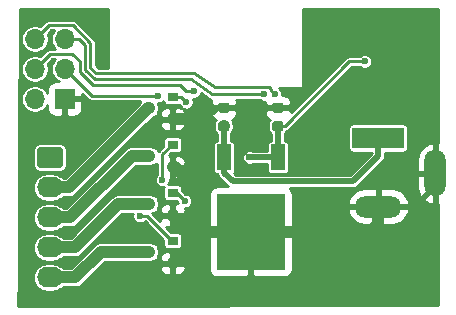
<source format=gbr>
G04 #@! TF.GenerationSoftware,KiCad,Pcbnew,5.1.9-73d0e3b20d~88~ubuntu20.04.1*
G04 #@! TF.CreationDate,2021-03-27T21:05:45+01:00*
G04 #@! TF.ProjectId,RGB_strip,5247425f-7374-4726-9970-2e6b69636164,rev?*
G04 #@! TF.SameCoordinates,Original*
G04 #@! TF.FileFunction,Copper,L2,Bot*
G04 #@! TF.FilePolarity,Positive*
%FSLAX46Y46*%
G04 Gerber Fmt 4.6, Leading zero omitted, Abs format (unit mm)*
G04 Created by KiCad (PCBNEW 5.1.9-73d0e3b20d~88~ubuntu20.04.1) date 2021-03-27 21:05:45*
%MOMM*%
%LPD*%
G01*
G04 APERTURE LIST*
G04 #@! TA.AperFunction,ComponentPad*
%ADD10O,1.700000X1.700000*%
G04 #@! TD*
G04 #@! TA.AperFunction,ComponentPad*
%ADD11R,1.700000X1.700000*%
G04 #@! TD*
G04 #@! TA.AperFunction,ComponentPad*
%ADD12O,1.800000X4.000000*%
G04 #@! TD*
G04 #@! TA.AperFunction,ComponentPad*
%ADD13O,4.000000X1.800000*%
G04 #@! TD*
G04 #@! TA.AperFunction,ComponentPad*
%ADD14R,4.400000X1.800000*%
G04 #@! TD*
G04 #@! TA.AperFunction,ComponentPad*
%ADD15O,2.200000X1.740000*%
G04 #@! TD*
G04 #@! TA.AperFunction,SMDPad,CuDef*
%ADD16R,0.900000X0.800000*%
G04 #@! TD*
G04 #@! TA.AperFunction,SMDPad,CuDef*
%ADD17R,1.200000X2.200000*%
G04 #@! TD*
G04 #@! TA.AperFunction,SMDPad,CuDef*
%ADD18R,5.800000X6.400000*%
G04 #@! TD*
G04 #@! TA.AperFunction,ViaPad*
%ADD19C,0.600000*%
G04 #@! TD*
G04 #@! TA.AperFunction,Conductor*
%ADD20C,0.250000*%
G04 #@! TD*
G04 #@! TA.AperFunction,Conductor*
%ADD21C,1.000000*%
G04 #@! TD*
G04 #@! TA.AperFunction,Conductor*
%ADD22C,0.500000*%
G04 #@! TD*
G04 #@! TA.AperFunction,Conductor*
%ADD23C,0.254000*%
G04 #@! TD*
G04 #@! TA.AperFunction,Conductor*
%ADD24C,0.100000*%
G04 #@! TD*
G04 APERTURE END LIST*
D10*
X105283000Y-88138000D03*
X107823000Y-88138000D03*
X105283000Y-90678000D03*
X107823000Y-90678000D03*
X105283000Y-93218000D03*
D11*
X107823000Y-93218000D03*
G04 #@! TA.AperFunction,SMDPad,CuDef*
G36*
G01*
X121541250Y-94392000D02*
X121028750Y-94392000D01*
G75*
G02*
X120810000Y-94173250I0J218750D01*
G01*
X120810000Y-93735750D01*
G75*
G02*
X121028750Y-93517000I218750J0D01*
G01*
X121541250Y-93517000D01*
G75*
G02*
X121760000Y-93735750I0J-218750D01*
G01*
X121760000Y-94173250D01*
G75*
G02*
X121541250Y-94392000I-218750J0D01*
G01*
G37*
G04 #@! TD.AperFunction*
G04 #@! TA.AperFunction,SMDPad,CuDef*
G36*
G01*
X121541250Y-95967000D02*
X121028750Y-95967000D01*
G75*
G02*
X120810000Y-95748250I0J218750D01*
G01*
X120810000Y-95310750D01*
G75*
G02*
X121028750Y-95092000I218750J0D01*
G01*
X121541250Y-95092000D01*
G75*
G02*
X121760000Y-95310750I0J-218750D01*
G01*
X121760000Y-95748250D01*
G75*
G02*
X121541250Y-95967000I-218750J0D01*
G01*
G37*
G04 #@! TD.AperFunction*
G04 #@! TA.AperFunction,SMDPad,CuDef*
G36*
G01*
X126113250Y-95967000D02*
X125600750Y-95967000D01*
G75*
G02*
X125382000Y-95748250I0J218750D01*
G01*
X125382000Y-95310750D01*
G75*
G02*
X125600750Y-95092000I218750J0D01*
G01*
X126113250Y-95092000D01*
G75*
G02*
X126332000Y-95310750I0J-218750D01*
G01*
X126332000Y-95748250D01*
G75*
G02*
X126113250Y-95967000I-218750J0D01*
G01*
G37*
G04 #@! TD.AperFunction*
G04 #@! TA.AperFunction,SMDPad,CuDef*
G36*
G01*
X126113250Y-94392000D02*
X125600750Y-94392000D01*
G75*
G02*
X125382000Y-94173250I0J218750D01*
G01*
X125382000Y-93735750D01*
G75*
G02*
X125600750Y-93517000I218750J0D01*
G01*
X126113250Y-93517000D01*
G75*
G02*
X126332000Y-93735750I0J-218750D01*
G01*
X126332000Y-94173250D01*
G75*
G02*
X126113250Y-94392000I-218750J0D01*
G01*
G37*
G04 #@! TD.AperFunction*
D12*
X139166000Y-99520000D03*
D13*
X134366000Y-102320000D03*
D14*
X134366000Y-96520000D03*
G04 #@! TA.AperFunction,ComponentPad*
G36*
G01*
X105702999Y-97301000D02*
X107403001Y-97301000D01*
G75*
G02*
X107653000Y-97550999I0J-249999D01*
G01*
X107653000Y-98791001D01*
G75*
G02*
X107403001Y-99041000I-249999J0D01*
G01*
X105702999Y-99041000D01*
G75*
G02*
X105453000Y-98791001I0J249999D01*
G01*
X105453000Y-97550999D01*
G75*
G02*
X105702999Y-97301000I249999J0D01*
G01*
G37*
G04 #@! TD.AperFunction*
D15*
X106553000Y-100711000D03*
X106553000Y-103251000D03*
X106553000Y-105791000D03*
X106553000Y-108331000D03*
D16*
X116951000Y-93030000D03*
X116951000Y-94930000D03*
X114951000Y-93980000D03*
X116951000Y-97094000D03*
X116951000Y-98994000D03*
X114951000Y-98044000D03*
X114951000Y-102108000D03*
X116951000Y-103058000D03*
X116951000Y-101158000D03*
X114951000Y-106172000D03*
X116951000Y-107122000D03*
X116951000Y-105222000D03*
D17*
X121291000Y-98162000D03*
X125851000Y-98162000D03*
D18*
X123571000Y-104462000D03*
D19*
X117983000Y-96520000D03*
X133223000Y-90043000D03*
X123444000Y-98171000D03*
X115697000Y-92964000D03*
X118745000Y-92583000D03*
X124714000Y-92837000D03*
X125603000Y-92837000D03*
X118110000Y-93489000D03*
X116078000Y-100076000D03*
X117983000Y-101854000D03*
X114173000Y-103124000D03*
D20*
X139166000Y-99139000D02*
X139166000Y-100239000D01*
D21*
X133743000Y-104462000D02*
X134366000Y-103839000D01*
X123571000Y-104462000D02*
X133743000Y-104462000D01*
X118401000Y-94930000D02*
X116951000Y-94930000D01*
X118999000Y-95528000D02*
X118401000Y-94930000D01*
X119671000Y-104462000D02*
X118999000Y-103790000D01*
X123571000Y-104462000D02*
X119671000Y-104462000D01*
X116951000Y-98994000D02*
X117155000Y-98994000D01*
X117155000Y-98994000D02*
X118999000Y-100838000D01*
X118999000Y-103790000D02*
X118999000Y-100838000D01*
X118999000Y-100838000D02*
X118999000Y-95528000D01*
X116951000Y-103058000D02*
X116951000Y-103108000D01*
X118305000Y-104462000D02*
X119671000Y-104462000D01*
X116951000Y-103108000D02*
X118305000Y-104462000D01*
X117001000Y-107122000D02*
X119094000Y-105029000D01*
X116951000Y-107122000D02*
X117001000Y-107122000D01*
D22*
X119136500Y-95528000D02*
X118999000Y-95528000D01*
X120710000Y-93954500D02*
X119136500Y-95528000D01*
X121285000Y-93954500D02*
X120710000Y-93954500D01*
X121285000Y-93954500D02*
X125857000Y-93954500D01*
D21*
X134366000Y-103839000D02*
X134366000Y-102320000D01*
D20*
X139166000Y-100620000D02*
X139166000Y-99520000D01*
D22*
X137466000Y-102320000D02*
X139166000Y-100620000D01*
X134366000Y-102320000D02*
X137466000Y-102320000D01*
D21*
X119104000Y-105029000D02*
X119671000Y-104462000D01*
X119094000Y-105029000D02*
X119104000Y-105029000D01*
D22*
X118306999Y-96220001D02*
X118999000Y-95528000D01*
X118282999Y-96220001D02*
X118306999Y-96220001D01*
X117983000Y-96520000D02*
X118282999Y-96220001D01*
D20*
X125851000Y-95535500D02*
X125857000Y-95529500D01*
D22*
X125851000Y-98162000D02*
X125851000Y-95535500D01*
D20*
X126432000Y-95529500D02*
X131918500Y-90043000D01*
X125857000Y-95529500D02*
X126432000Y-95529500D01*
X131918500Y-90043000D02*
X133223000Y-90043000D01*
D22*
X125851000Y-98162000D02*
X123453000Y-98162000D01*
X123453000Y-98162000D02*
X123444000Y-98171000D01*
X134366000Y-98039000D02*
X132202000Y-100203000D01*
X132202000Y-100203000D02*
X122047000Y-100203000D01*
X121291000Y-99447000D02*
X121291000Y-98162000D01*
X122047000Y-100203000D02*
X121291000Y-99447000D01*
D21*
X121291000Y-95535500D02*
X121285000Y-95529500D01*
D22*
X121291000Y-98162000D02*
X121291000Y-95535500D01*
X134366000Y-98039000D02*
X134366000Y-96520000D01*
D21*
X114901000Y-93980000D02*
X108170000Y-100711000D01*
X108170000Y-100711000D02*
X106553000Y-100711000D01*
X114951000Y-93980000D02*
X114901000Y-93980000D01*
X113501000Y-98044000D02*
X108294000Y-103251000D01*
X108294000Y-103251000D02*
X106553000Y-103251000D01*
X114951000Y-98044000D02*
X113501000Y-98044000D01*
X106553000Y-105791000D02*
X108653000Y-105791000D01*
X112336000Y-102108000D02*
X114951000Y-102108000D01*
X108653000Y-105791000D02*
X112336000Y-102108000D01*
X106553000Y-108331000D02*
X108712000Y-108331000D01*
X110871000Y-106172000D02*
X114951000Y-106172000D01*
X108712000Y-108331000D02*
X110871000Y-106172000D01*
D20*
X110109000Y-92964000D02*
X107823000Y-90678000D01*
X115697000Y-92964000D02*
X110109000Y-92964000D01*
X118745000Y-92583000D02*
X118110000Y-92583000D01*
X118110000Y-92583000D02*
X117602000Y-92075000D01*
X117602000Y-92075000D02*
X110236000Y-92075000D01*
X110236000Y-92075000D02*
X109093000Y-90932000D01*
X109093000Y-90932000D02*
X109093000Y-90043000D01*
X109093000Y-90043000D02*
X108458000Y-89408000D01*
X106553000Y-89408000D02*
X105283000Y-90678000D01*
X108458000Y-89408000D02*
X106553000Y-89408000D01*
X109025081Y-88138000D02*
X107823000Y-88138000D01*
X124714000Y-92837000D02*
X120269000Y-92837000D01*
X120269000Y-92837000D02*
X118491000Y-91567000D01*
X118491000Y-91567000D02*
X110364410Y-91567000D01*
X109543010Y-88655929D02*
X109025081Y-88138000D01*
X110364410Y-91567000D02*
X109543010Y-90745600D01*
X109543010Y-90745600D02*
X109543010Y-88655929D01*
X106132999Y-87288001D02*
X105283000Y-88138000D01*
X106458001Y-86962999D02*
X106132999Y-87288001D01*
X108486490Y-86962999D02*
X106458001Y-86962999D01*
X109993020Y-90559200D02*
X109993019Y-88469528D01*
X110492820Y-91059000D02*
X109993020Y-90559200D01*
X125603000Y-92837000D02*
X125303001Y-92537001D01*
X109993019Y-88469528D02*
X108486490Y-86962999D01*
X118745000Y-91059000D02*
X110492820Y-91059000D01*
X125303001Y-92537001D02*
X125303001Y-92410001D01*
X125303001Y-92410001D02*
X125095000Y-92202000D01*
X125095000Y-92202000D02*
X120523000Y-92202000D01*
X120523000Y-92202000D02*
X118745000Y-91059000D01*
X117651000Y-93030000D02*
X118110000Y-93489000D01*
X116951000Y-93030000D02*
X117651000Y-93030000D01*
X118110000Y-93489000D02*
X118110000Y-93489000D01*
X116078000Y-97917000D02*
X116078000Y-100076000D01*
X116951000Y-97094000D02*
X116901000Y-97094000D01*
X116901000Y-97094000D02*
X116078000Y-97917000D01*
X116951000Y-101158000D02*
X117287000Y-101158000D01*
X117287000Y-101158000D02*
X117983000Y-101854000D01*
X114803000Y-103124000D02*
X114173000Y-103124000D01*
X116951000Y-105222000D02*
X116901000Y-105222000D01*
X116901000Y-105222000D02*
X114803000Y-103124000D01*
D23*
X111506000Y-90607000D02*
X110680044Y-90607000D01*
X110445020Y-90371977D01*
X110445018Y-88491743D01*
X110447206Y-88469528D01*
X110438479Y-88380920D01*
X110412633Y-88295718D01*
X110370661Y-88217195D01*
X110328332Y-88165617D01*
X110314177Y-88148369D01*
X110296929Y-88134214D01*
X108821813Y-86659099D01*
X108807649Y-86641840D01*
X108738823Y-86585356D01*
X108660300Y-86543385D01*
X108575097Y-86517539D01*
X108508695Y-86510999D01*
X108486490Y-86508812D01*
X108464285Y-86510999D01*
X106480205Y-86510999D01*
X106458000Y-86508812D01*
X106369393Y-86517539D01*
X106349563Y-86523555D01*
X106284191Y-86543385D01*
X106205668Y-86585356D01*
X106136842Y-86641840D01*
X106122686Y-86659089D01*
X105829097Y-86952680D01*
X105829087Y-86952688D01*
X105731837Y-87049938D01*
X105626318Y-87006231D01*
X105398924Y-86961000D01*
X105167076Y-86961000D01*
X104939682Y-87006231D01*
X104725481Y-87094956D01*
X104532706Y-87223764D01*
X104368764Y-87387706D01*
X104239956Y-87580481D01*
X104151231Y-87794682D01*
X104106000Y-88022076D01*
X104106000Y-88253924D01*
X104151231Y-88481318D01*
X104239956Y-88695519D01*
X104368764Y-88888294D01*
X104532706Y-89052236D01*
X104725481Y-89181044D01*
X104939682Y-89269769D01*
X105167076Y-89315000D01*
X105398924Y-89315000D01*
X105626318Y-89269769D01*
X105840519Y-89181044D01*
X106033294Y-89052236D01*
X106197236Y-88888294D01*
X106326044Y-88695519D01*
X106414769Y-88481318D01*
X106460000Y-88253924D01*
X106460000Y-88022076D01*
X106414769Y-87794682D01*
X106371062Y-87689163D01*
X106468312Y-87591913D01*
X106468320Y-87591903D01*
X106645225Y-87414999D01*
X106890527Y-87414999D01*
X106779956Y-87580481D01*
X106691231Y-87794682D01*
X106646000Y-88022076D01*
X106646000Y-88253924D01*
X106691231Y-88481318D01*
X106779956Y-88695519D01*
X106908764Y-88888294D01*
X106976470Y-88956000D01*
X106575204Y-88956000D01*
X106552999Y-88953813D01*
X106464392Y-88962540D01*
X106444562Y-88968556D01*
X106379190Y-88988386D01*
X106300667Y-89030357D01*
X106231841Y-89086841D01*
X106217685Y-89104090D01*
X105731837Y-89589939D01*
X105626318Y-89546231D01*
X105398924Y-89501000D01*
X105167076Y-89501000D01*
X104939682Y-89546231D01*
X104725481Y-89634956D01*
X104532706Y-89763764D01*
X104368764Y-89927706D01*
X104239956Y-90120481D01*
X104151231Y-90334682D01*
X104106000Y-90562076D01*
X104106000Y-90793924D01*
X104151231Y-91021318D01*
X104239956Y-91235519D01*
X104368764Y-91428294D01*
X104532706Y-91592236D01*
X104725481Y-91721044D01*
X104939682Y-91809769D01*
X105167076Y-91855000D01*
X105398924Y-91855000D01*
X105626318Y-91809769D01*
X105840519Y-91721044D01*
X106033294Y-91592236D01*
X106197236Y-91428294D01*
X106326044Y-91235519D01*
X106414769Y-91021318D01*
X106460000Y-90793924D01*
X106460000Y-90562076D01*
X106414769Y-90334682D01*
X106371061Y-90229163D01*
X106740225Y-89860000D01*
X106976470Y-89860000D01*
X106908764Y-89927706D01*
X106779956Y-90120481D01*
X106691231Y-90334682D01*
X106646000Y-90562076D01*
X106646000Y-90793924D01*
X106691231Y-91021318D01*
X106779956Y-91235519D01*
X106908764Y-91428294D01*
X107072706Y-91592236D01*
X107265481Y-91721044D01*
X107291110Y-91731660D01*
X106973000Y-91729928D01*
X106848518Y-91742188D01*
X106728820Y-91778498D01*
X106618506Y-91837463D01*
X106521815Y-91916815D01*
X106442463Y-92013506D01*
X106383498Y-92123820D01*
X106347188Y-92243518D01*
X106334928Y-92368000D01*
X106336660Y-92686110D01*
X106326044Y-92660481D01*
X106197236Y-92467706D01*
X106033294Y-92303764D01*
X105840519Y-92174956D01*
X105626318Y-92086231D01*
X105398924Y-92041000D01*
X105167076Y-92041000D01*
X104939682Y-92086231D01*
X104725481Y-92174956D01*
X104532706Y-92303764D01*
X104368764Y-92467706D01*
X104239956Y-92660481D01*
X104151231Y-92874682D01*
X104106000Y-93102076D01*
X104106000Y-93333924D01*
X104151231Y-93561318D01*
X104239956Y-93775519D01*
X104368764Y-93968294D01*
X104532706Y-94132236D01*
X104725481Y-94261044D01*
X104939682Y-94349769D01*
X105167076Y-94395000D01*
X105398924Y-94395000D01*
X105626318Y-94349769D01*
X105840519Y-94261044D01*
X106033294Y-94132236D01*
X106197236Y-93968294D01*
X106326044Y-93775519D01*
X106336660Y-93749890D01*
X106334928Y-94068000D01*
X106347188Y-94192482D01*
X106383498Y-94312180D01*
X106442463Y-94422494D01*
X106521815Y-94519185D01*
X106618506Y-94598537D01*
X106728820Y-94657502D01*
X106848518Y-94693812D01*
X106973000Y-94706072D01*
X107537250Y-94703000D01*
X107696000Y-94544250D01*
X107696000Y-93345000D01*
X107950000Y-93345000D01*
X107950000Y-94544250D01*
X108108750Y-94703000D01*
X108673000Y-94706072D01*
X108797482Y-94693812D01*
X108917180Y-94657502D01*
X109027494Y-94598537D01*
X109124185Y-94519185D01*
X109203537Y-94422494D01*
X109262502Y-94312180D01*
X109298812Y-94192482D01*
X109311072Y-94068000D01*
X109308000Y-93503750D01*
X109149250Y-93345000D01*
X107950000Y-93345000D01*
X107696000Y-93345000D01*
X107676000Y-93345000D01*
X107676000Y-93091000D01*
X107696000Y-93091000D01*
X107696000Y-93071000D01*
X107950000Y-93071000D01*
X107950000Y-93091000D01*
X109149250Y-93091000D01*
X109308000Y-92932250D01*
X109308704Y-92802929D01*
X109773686Y-93267911D01*
X109787841Y-93285159D01*
X109856667Y-93341643D01*
X109935190Y-93383614D01*
X110000562Y-93403444D01*
X110020392Y-93409460D01*
X110108999Y-93418187D01*
X110131204Y-93416000D01*
X114217879Y-93416000D01*
X114197430Y-93454257D01*
X114178732Y-93515897D01*
X114176895Y-93534550D01*
X107827447Y-99884000D01*
X107652790Y-99884000D01*
X107633502Y-99860498D01*
X107451235Y-99710916D01*
X107243288Y-99599766D01*
X107017653Y-99531320D01*
X106841798Y-99514000D01*
X106264202Y-99514000D01*
X106088347Y-99531320D01*
X105862712Y-99599766D01*
X105654765Y-99710916D01*
X105472498Y-99860498D01*
X105322916Y-100042765D01*
X105211766Y-100250712D01*
X105143320Y-100476347D01*
X105120209Y-100711000D01*
X105143320Y-100945653D01*
X105211766Y-101171288D01*
X105322916Y-101379235D01*
X105472498Y-101561502D01*
X105654765Y-101711084D01*
X105862712Y-101822234D01*
X106088347Y-101890680D01*
X106264202Y-101908000D01*
X106841798Y-101908000D01*
X107017653Y-101890680D01*
X107243288Y-101822234D01*
X107451235Y-101711084D01*
X107633502Y-101561502D01*
X107652790Y-101538000D01*
X108129386Y-101538000D01*
X108170000Y-101542000D01*
X108210614Y-101538000D01*
X108210624Y-101538000D01*
X108332120Y-101526034D01*
X108488010Y-101478745D01*
X108631679Y-101401952D01*
X108757606Y-101298606D01*
X108783505Y-101267048D01*
X114720554Y-95330000D01*
X115862928Y-95330000D01*
X115875188Y-95454482D01*
X115911498Y-95574180D01*
X115970463Y-95684494D01*
X116049815Y-95781185D01*
X116146506Y-95860537D01*
X116256820Y-95919502D01*
X116376518Y-95955812D01*
X116501000Y-95968072D01*
X116665250Y-95965000D01*
X116824000Y-95806250D01*
X116824000Y-95057000D01*
X117078000Y-95057000D01*
X117078000Y-95806250D01*
X117236750Y-95965000D01*
X117401000Y-95968072D01*
X117525482Y-95955812D01*
X117645180Y-95919502D01*
X117755494Y-95860537D01*
X117852185Y-95781185D01*
X117931537Y-95684494D01*
X117990502Y-95574180D01*
X118026812Y-95454482D01*
X118039072Y-95330000D01*
X118036000Y-95215750D01*
X117877250Y-95057000D01*
X117078000Y-95057000D01*
X116824000Y-95057000D01*
X116024750Y-95057000D01*
X115866000Y-95215750D01*
X115862928Y-95330000D01*
X114720554Y-95330000D01*
X115341622Y-94708933D01*
X115342279Y-94708582D01*
X115401000Y-94708582D01*
X115465103Y-94702268D01*
X115526743Y-94683570D01*
X115583550Y-94653206D01*
X115633343Y-94612343D01*
X115674206Y-94562550D01*
X115691604Y-94530000D01*
X115862928Y-94530000D01*
X115866000Y-94644250D01*
X116024750Y-94803000D01*
X116824000Y-94803000D01*
X116824000Y-94053750D01*
X116665250Y-93895000D01*
X116501000Y-93891928D01*
X116376518Y-93904188D01*
X116256820Y-93940498D01*
X116146506Y-93999463D01*
X116049815Y-94078815D01*
X115970463Y-94175506D01*
X115911498Y-94285820D01*
X115875188Y-94405518D01*
X115862928Y-94530000D01*
X115691604Y-94530000D01*
X115704570Y-94505743D01*
X115723268Y-94444103D01*
X115729582Y-94380000D01*
X115729582Y-94262285D01*
X115766034Y-94142120D01*
X115782001Y-93980000D01*
X115766034Y-93817880D01*
X115729582Y-93697715D01*
X115729582Y-93591000D01*
X115758754Y-93591000D01*
X115879889Y-93566905D01*
X115993996Y-93519640D01*
X116096689Y-93451023D01*
X116172418Y-93375294D01*
X116172418Y-93430000D01*
X116178732Y-93494103D01*
X116197430Y-93555743D01*
X116227794Y-93612550D01*
X116268657Y-93662343D01*
X116318450Y-93703206D01*
X116375257Y-93733570D01*
X116436897Y-93752268D01*
X116501000Y-93758582D01*
X117401000Y-93758582D01*
X117465103Y-93752268D01*
X117526743Y-93733570D01*
X117531575Y-93730987D01*
X117554360Y-93785996D01*
X117622977Y-93888689D01*
X117708783Y-93974495D01*
X117645180Y-93940498D01*
X117525482Y-93904188D01*
X117401000Y-93891928D01*
X117236750Y-93895000D01*
X117078000Y-94053750D01*
X117078000Y-94803000D01*
X117877250Y-94803000D01*
X118036000Y-94644250D01*
X118039072Y-94530000D01*
X118026812Y-94405518D01*
X117990502Y-94285820D01*
X117931537Y-94175506D01*
X117852185Y-94078815D01*
X117799758Y-94035789D01*
X117813004Y-94044640D01*
X117927111Y-94091905D01*
X118048246Y-94116000D01*
X118171754Y-94116000D01*
X118292889Y-94091905D01*
X118406996Y-94044640D01*
X118509689Y-93976023D01*
X118597023Y-93888689D01*
X118665640Y-93785996D01*
X118712905Y-93671889D01*
X118737000Y-93550754D01*
X118737000Y-93427246D01*
X118712905Y-93306111D01*
X118672183Y-93207799D01*
X118683246Y-93210000D01*
X118806754Y-93210000D01*
X118927889Y-93185905D01*
X119041996Y-93138640D01*
X119144689Y-93070023D01*
X119232023Y-92982689D01*
X119300640Y-92879996D01*
X119347905Y-92765889D01*
X119353365Y-92738439D01*
X119993957Y-93196006D01*
X120016667Y-93214643D01*
X120049716Y-93232308D01*
X120082184Y-93250987D01*
X120088918Y-93253261D01*
X120095190Y-93256614D01*
X120131046Y-93267491D01*
X120166539Y-93279479D01*
X120173590Y-93280396D01*
X120180393Y-93282460D01*
X120216495Y-93286016D01*
X120184188Y-93392518D01*
X120171928Y-93517000D01*
X120175000Y-93668750D01*
X120333750Y-93827500D01*
X121158000Y-93827500D01*
X121158000Y-93807500D01*
X121412000Y-93807500D01*
X121412000Y-93827500D01*
X122236250Y-93827500D01*
X122395000Y-93668750D01*
X122398072Y-93517000D01*
X122385812Y-93392518D01*
X122354410Y-93289000D01*
X124279288Y-93289000D01*
X124314311Y-93324023D01*
X124417004Y-93392640D01*
X124531111Y-93439905D01*
X124652246Y-93464000D01*
X124749148Y-93464000D01*
X124743928Y-93517000D01*
X124747000Y-93668750D01*
X124905750Y-93827500D01*
X125730000Y-93827500D01*
X125730000Y-93807500D01*
X125984000Y-93807500D01*
X125984000Y-93827500D01*
X126808250Y-93827500D01*
X126967000Y-93668750D01*
X126970072Y-93517000D01*
X126957812Y-93392518D01*
X126921502Y-93272820D01*
X126862537Y-93162506D01*
X126783185Y-93065815D01*
X126686494Y-92986463D01*
X126576180Y-92927498D01*
X126456482Y-92891188D01*
X126332000Y-92878928D01*
X126230000Y-92880584D01*
X126230000Y-92775246D01*
X126205905Y-92654111D01*
X126158640Y-92540004D01*
X126090023Y-92437311D01*
X126002689Y-92349977D01*
X125925399Y-92298334D01*
X127887016Y-92328984D01*
X127913776Y-92326560D01*
X127937601Y-92319333D01*
X127959557Y-92307597D01*
X127978803Y-92291803D01*
X127994597Y-92272557D01*
X128006333Y-92250601D01*
X128013560Y-92226776D01*
X128016000Y-92202000D01*
X128016000Y-85598000D01*
X139446000Y-85598000D01*
X139446000Y-96971971D01*
X139293000Y-97049622D01*
X139293000Y-99393000D01*
X139313000Y-99393000D01*
X139313000Y-99647000D01*
X139293000Y-99647000D01*
X139293000Y-101990378D01*
X139446000Y-102068029D01*
X139446000Y-110617450D01*
X103886638Y-110743547D01*
X103898700Y-108331000D01*
X105120209Y-108331000D01*
X105143320Y-108565653D01*
X105211766Y-108791288D01*
X105322916Y-108999235D01*
X105472498Y-109181502D01*
X105654765Y-109331084D01*
X105862712Y-109442234D01*
X106088347Y-109510680D01*
X106264202Y-109528000D01*
X106841798Y-109528000D01*
X107017653Y-109510680D01*
X107243288Y-109442234D01*
X107451235Y-109331084D01*
X107633502Y-109181502D01*
X107652790Y-109158000D01*
X108671386Y-109158000D01*
X108712000Y-109162000D01*
X108752614Y-109158000D01*
X108752624Y-109158000D01*
X108874120Y-109146034D01*
X109030010Y-109098745D01*
X109173679Y-109021952D01*
X109299606Y-108918606D01*
X109325505Y-108887048D01*
X110690553Y-107522000D01*
X115862928Y-107522000D01*
X115875188Y-107646482D01*
X115911498Y-107766180D01*
X115970463Y-107876494D01*
X116049815Y-107973185D01*
X116146506Y-108052537D01*
X116256820Y-108111502D01*
X116376518Y-108147812D01*
X116501000Y-108160072D01*
X116665250Y-108157000D01*
X116824000Y-107998250D01*
X116824000Y-107249000D01*
X117078000Y-107249000D01*
X117078000Y-107998250D01*
X117236750Y-108157000D01*
X117401000Y-108160072D01*
X117525482Y-108147812D01*
X117645180Y-108111502D01*
X117755494Y-108052537D01*
X117852185Y-107973185D01*
X117931537Y-107876494D01*
X117990502Y-107766180D01*
X118022104Y-107662000D01*
X120032928Y-107662000D01*
X120045188Y-107786482D01*
X120081498Y-107906180D01*
X120140463Y-108016494D01*
X120219815Y-108113185D01*
X120316506Y-108192537D01*
X120426820Y-108251502D01*
X120546518Y-108287812D01*
X120671000Y-108300072D01*
X123285250Y-108297000D01*
X123444000Y-108138250D01*
X123444000Y-104589000D01*
X123698000Y-104589000D01*
X123698000Y-108138250D01*
X123856750Y-108297000D01*
X126471000Y-108300072D01*
X126595482Y-108287812D01*
X126715180Y-108251502D01*
X126825494Y-108192537D01*
X126922185Y-108113185D01*
X127001537Y-108016494D01*
X127060502Y-107906180D01*
X127096812Y-107786482D01*
X127109072Y-107662000D01*
X127106000Y-104747750D01*
X126947250Y-104589000D01*
X123698000Y-104589000D01*
X123444000Y-104589000D01*
X120194750Y-104589000D01*
X120036000Y-104747750D01*
X120032928Y-107662000D01*
X118022104Y-107662000D01*
X118026812Y-107646482D01*
X118039072Y-107522000D01*
X118036000Y-107407750D01*
X117877250Y-107249000D01*
X117078000Y-107249000D01*
X116824000Y-107249000D01*
X116024750Y-107249000D01*
X115866000Y-107407750D01*
X115862928Y-107522000D01*
X110690553Y-107522000D01*
X111213554Y-106999000D01*
X114991624Y-106999000D01*
X115113120Y-106987034D01*
X115269010Y-106939745D01*
X115342279Y-106900582D01*
X115401000Y-106900582D01*
X115465103Y-106894268D01*
X115526743Y-106875570D01*
X115583550Y-106845206D01*
X115633343Y-106804343D01*
X115674206Y-106754550D01*
X115691604Y-106722000D01*
X115862928Y-106722000D01*
X115866000Y-106836250D01*
X116024750Y-106995000D01*
X116824000Y-106995000D01*
X116824000Y-106245750D01*
X117078000Y-106245750D01*
X117078000Y-106995000D01*
X117877250Y-106995000D01*
X118036000Y-106836250D01*
X118039072Y-106722000D01*
X118026812Y-106597518D01*
X117990502Y-106477820D01*
X117931537Y-106367506D01*
X117852185Y-106270815D01*
X117755494Y-106191463D01*
X117645180Y-106132498D01*
X117525482Y-106096188D01*
X117401000Y-106083928D01*
X117236750Y-106087000D01*
X117078000Y-106245750D01*
X116824000Y-106245750D01*
X116665250Y-106087000D01*
X116501000Y-106083928D01*
X116376518Y-106096188D01*
X116256820Y-106132498D01*
X116146506Y-106191463D01*
X116049815Y-106270815D01*
X115970463Y-106367506D01*
X115911498Y-106477820D01*
X115875188Y-106597518D01*
X115862928Y-106722000D01*
X115691604Y-106722000D01*
X115704570Y-106697743D01*
X115723268Y-106636103D01*
X115729582Y-106572000D01*
X115729582Y-106454285D01*
X115766034Y-106334120D01*
X115782001Y-106172000D01*
X115766034Y-106009880D01*
X115729582Y-105889715D01*
X115729582Y-105772000D01*
X115723268Y-105707897D01*
X115704570Y-105646257D01*
X115674206Y-105589450D01*
X115633343Y-105539657D01*
X115583550Y-105498794D01*
X115526743Y-105468430D01*
X115465103Y-105449732D01*
X115401000Y-105443418D01*
X115342279Y-105443418D01*
X115269010Y-105404255D01*
X115113120Y-105356966D01*
X114991624Y-105345000D01*
X110911613Y-105345000D01*
X110870999Y-105341000D01*
X110830385Y-105345000D01*
X110830376Y-105345000D01*
X110708880Y-105356966D01*
X110552990Y-105404255D01*
X110486113Y-105440002D01*
X110409320Y-105481048D01*
X110317569Y-105556347D01*
X110283394Y-105584394D01*
X110257499Y-105615947D01*
X108369447Y-107504000D01*
X107652790Y-107504000D01*
X107633502Y-107480498D01*
X107451235Y-107330916D01*
X107243288Y-107219766D01*
X107017653Y-107151320D01*
X106841798Y-107134000D01*
X106264202Y-107134000D01*
X106088347Y-107151320D01*
X105862712Y-107219766D01*
X105654765Y-107330916D01*
X105472498Y-107480498D01*
X105322916Y-107662765D01*
X105211766Y-107870712D01*
X105143320Y-108096347D01*
X105120209Y-108331000D01*
X103898700Y-108331000D01*
X103911400Y-105791000D01*
X105120209Y-105791000D01*
X105143320Y-106025653D01*
X105211766Y-106251288D01*
X105322916Y-106459235D01*
X105472498Y-106641502D01*
X105654765Y-106791084D01*
X105862712Y-106902234D01*
X106088347Y-106970680D01*
X106264202Y-106988000D01*
X106841798Y-106988000D01*
X107017653Y-106970680D01*
X107243288Y-106902234D01*
X107451235Y-106791084D01*
X107633502Y-106641502D01*
X107652790Y-106618000D01*
X108612386Y-106618000D01*
X108653000Y-106622000D01*
X108693614Y-106618000D01*
X108693624Y-106618000D01*
X108815120Y-106606034D01*
X108971010Y-106558745D01*
X109114679Y-106481952D01*
X109240606Y-106378606D01*
X109266505Y-106347048D01*
X112678555Y-102935000D01*
X113572626Y-102935000D01*
X113570095Y-102941111D01*
X113546000Y-103062246D01*
X113546000Y-103185754D01*
X113570095Y-103306889D01*
X113617360Y-103420996D01*
X113685977Y-103523689D01*
X113773311Y-103611023D01*
X113876004Y-103679640D01*
X113990111Y-103726905D01*
X114111246Y-103751000D01*
X114234754Y-103751000D01*
X114355889Y-103726905D01*
X114469996Y-103679640D01*
X114572689Y-103611023D01*
X114607712Y-103576000D01*
X114615777Y-103576000D01*
X116172418Y-105132642D01*
X116172418Y-105622000D01*
X116178732Y-105686103D01*
X116197430Y-105747743D01*
X116227794Y-105804550D01*
X116268657Y-105854343D01*
X116318450Y-105895206D01*
X116375257Y-105925570D01*
X116436897Y-105944268D01*
X116501000Y-105950582D01*
X117401000Y-105950582D01*
X117465103Y-105944268D01*
X117526743Y-105925570D01*
X117583550Y-105895206D01*
X117633343Y-105854343D01*
X117674206Y-105804550D01*
X117704570Y-105747743D01*
X117723268Y-105686103D01*
X117729582Y-105622000D01*
X117729582Y-104822000D01*
X117723268Y-104757897D01*
X117704570Y-104696257D01*
X117674206Y-104639450D01*
X117633343Y-104589657D01*
X117583550Y-104548794D01*
X117526743Y-104518430D01*
X117465103Y-104499732D01*
X117401000Y-104493418D01*
X116811642Y-104493418D01*
X116404823Y-104086600D01*
X116501000Y-104096072D01*
X116665250Y-104093000D01*
X116824000Y-103934250D01*
X116824000Y-103185000D01*
X117078000Y-103185000D01*
X117078000Y-103934250D01*
X117236750Y-104093000D01*
X117401000Y-104096072D01*
X117525482Y-104083812D01*
X117645180Y-104047502D01*
X117755494Y-103988537D01*
X117852185Y-103909185D01*
X117931537Y-103812494D01*
X117990502Y-103702180D01*
X118026812Y-103582482D01*
X118039072Y-103458000D01*
X118036000Y-103343750D01*
X117877250Y-103185000D01*
X117078000Y-103185000D01*
X116824000Y-103185000D01*
X116024750Y-103185000D01*
X115866000Y-103343750D01*
X115862928Y-103458000D01*
X115872400Y-103554177D01*
X115211434Y-102893211D01*
X115269010Y-102875745D01*
X115342279Y-102836582D01*
X115401000Y-102836582D01*
X115465103Y-102830268D01*
X115526743Y-102811570D01*
X115583550Y-102781206D01*
X115633343Y-102740343D01*
X115674206Y-102690550D01*
X115691604Y-102658000D01*
X115862928Y-102658000D01*
X115866000Y-102772250D01*
X116024750Y-102931000D01*
X116824000Y-102931000D01*
X116824000Y-102181750D01*
X116665250Y-102023000D01*
X116501000Y-102019928D01*
X116376518Y-102032188D01*
X116256820Y-102068498D01*
X116146506Y-102127463D01*
X116049815Y-102206815D01*
X115970463Y-102303506D01*
X115911498Y-102413820D01*
X115875188Y-102533518D01*
X115862928Y-102658000D01*
X115691604Y-102658000D01*
X115704570Y-102633743D01*
X115723268Y-102572103D01*
X115729582Y-102508000D01*
X115729582Y-102390285D01*
X115766034Y-102270120D01*
X115782001Y-102108000D01*
X115766034Y-101945880D01*
X115729582Y-101825715D01*
X115729582Y-101708000D01*
X115723268Y-101643897D01*
X115704570Y-101582257D01*
X115674206Y-101525450D01*
X115633343Y-101475657D01*
X115583550Y-101434794D01*
X115526743Y-101404430D01*
X115465103Y-101385732D01*
X115401000Y-101379418D01*
X115342279Y-101379418D01*
X115269010Y-101340255D01*
X115113120Y-101292966D01*
X114991624Y-101281000D01*
X112376614Y-101281000D01*
X112336000Y-101277000D01*
X112295386Y-101281000D01*
X112295376Y-101281000D01*
X112173880Y-101292966D01*
X112070276Y-101324394D01*
X112017989Y-101340255D01*
X111874320Y-101417048D01*
X111779948Y-101494497D01*
X111779941Y-101494504D01*
X111748394Y-101520394D01*
X111722504Y-101551941D01*
X108310447Y-104964000D01*
X107652790Y-104964000D01*
X107633502Y-104940498D01*
X107451235Y-104790916D01*
X107243288Y-104679766D01*
X107017653Y-104611320D01*
X106841798Y-104594000D01*
X106264202Y-104594000D01*
X106088347Y-104611320D01*
X105862712Y-104679766D01*
X105654765Y-104790916D01*
X105472498Y-104940498D01*
X105322916Y-105122765D01*
X105211766Y-105330712D01*
X105143320Y-105556347D01*
X105120209Y-105791000D01*
X103911400Y-105791000D01*
X103924100Y-103251000D01*
X105120209Y-103251000D01*
X105143320Y-103485653D01*
X105211766Y-103711288D01*
X105322916Y-103919235D01*
X105472498Y-104101502D01*
X105654765Y-104251084D01*
X105862712Y-104362234D01*
X106088347Y-104430680D01*
X106264202Y-104448000D01*
X106841798Y-104448000D01*
X107017653Y-104430680D01*
X107243288Y-104362234D01*
X107451235Y-104251084D01*
X107633502Y-104101502D01*
X107652790Y-104078000D01*
X108253386Y-104078000D01*
X108294000Y-104082000D01*
X108334614Y-104078000D01*
X108334624Y-104078000D01*
X108456120Y-104066034D01*
X108612010Y-104018745D01*
X108755679Y-103941952D01*
X108881606Y-103838606D01*
X108907505Y-103807048D01*
X113843554Y-98871000D01*
X114991624Y-98871000D01*
X115113120Y-98859034D01*
X115269010Y-98811745D01*
X115342279Y-98772582D01*
X115401000Y-98772582D01*
X115465103Y-98766268D01*
X115526743Y-98747570D01*
X115583550Y-98717206D01*
X115626000Y-98682369D01*
X115626001Y-99641287D01*
X115590977Y-99676311D01*
X115522360Y-99779004D01*
X115475095Y-99893111D01*
X115451000Y-100014246D01*
X115451000Y-100137754D01*
X115475095Y-100258889D01*
X115522360Y-100372996D01*
X115590977Y-100475689D01*
X115678311Y-100563023D01*
X115781004Y-100631640D01*
X115895111Y-100678905D01*
X116016246Y-100703000D01*
X116139754Y-100703000D01*
X116178596Y-100695274D01*
X116172418Y-100758000D01*
X116172418Y-101558000D01*
X116178732Y-101622103D01*
X116197430Y-101683743D01*
X116227794Y-101740550D01*
X116268657Y-101790343D01*
X116318450Y-101831206D01*
X116375257Y-101861570D01*
X116436897Y-101880268D01*
X116501000Y-101886582D01*
X117356000Y-101886582D01*
X117356000Y-101915754D01*
X117376811Y-102020380D01*
X117236750Y-102023000D01*
X117078000Y-102181750D01*
X117078000Y-102931000D01*
X117877250Y-102931000D01*
X118036000Y-102772250D01*
X118039072Y-102658000D01*
X118026812Y-102533518D01*
X118010881Y-102481000D01*
X118044754Y-102481000D01*
X118165889Y-102456905D01*
X118279996Y-102409640D01*
X118382689Y-102341023D01*
X118470023Y-102253689D01*
X118538640Y-102150996D01*
X118585905Y-102036889D01*
X118610000Y-101915754D01*
X118610000Y-101792246D01*
X118585905Y-101671111D01*
X118538640Y-101557004D01*
X118470023Y-101454311D01*
X118382689Y-101366977D01*
X118279996Y-101298360D01*
X118192216Y-101262000D01*
X120032928Y-101262000D01*
X120036000Y-104176250D01*
X120194750Y-104335000D01*
X123444000Y-104335000D01*
X123444000Y-104315000D01*
X123698000Y-104315000D01*
X123698000Y-104335000D01*
X126947250Y-104335000D01*
X127106000Y-104176250D01*
X127107572Y-102684740D01*
X131774964Y-102684740D01*
X131799245Y-102790087D01*
X131919138Y-103067204D01*
X132090790Y-103315606D01*
X132307604Y-103525748D01*
X132561249Y-103689554D01*
X132841977Y-103800729D01*
X133139000Y-103855000D01*
X134239000Y-103855000D01*
X134239000Y-102447000D01*
X134493000Y-102447000D01*
X134493000Y-103855000D01*
X135593000Y-103855000D01*
X135890023Y-103800729D01*
X136170751Y-103689554D01*
X136424396Y-103525748D01*
X136641210Y-103315606D01*
X136812862Y-103067204D01*
X136932755Y-102790087D01*
X136957036Y-102684740D01*
X136836378Y-102447000D01*
X134493000Y-102447000D01*
X134239000Y-102447000D01*
X131895622Y-102447000D01*
X131774964Y-102684740D01*
X127107572Y-102684740D01*
X127108341Y-101955260D01*
X131774964Y-101955260D01*
X131895622Y-102193000D01*
X134239000Y-102193000D01*
X134239000Y-100785000D01*
X134493000Y-100785000D01*
X134493000Y-102193000D01*
X136836378Y-102193000D01*
X136957036Y-101955260D01*
X136932755Y-101849913D01*
X136812862Y-101572796D01*
X136641210Y-101324394D01*
X136424396Y-101114252D01*
X136170751Y-100950446D01*
X135890023Y-100839271D01*
X135593000Y-100785000D01*
X134493000Y-100785000D01*
X134239000Y-100785000D01*
X133139000Y-100785000D01*
X132841977Y-100839271D01*
X132561249Y-100950446D01*
X132307604Y-101114252D01*
X132090790Y-101324394D01*
X131919138Y-101572796D01*
X131799245Y-101849913D01*
X131774964Y-101955260D01*
X127108341Y-101955260D01*
X127109072Y-101262000D01*
X127096812Y-101137518D01*
X127060502Y-101017820D01*
X127001537Y-100907506D01*
X126922185Y-100810815D01*
X126884637Y-100780000D01*
X132173669Y-100780000D01*
X132202000Y-100782790D01*
X132230331Y-100780000D01*
X132230336Y-100780000D01*
X132260045Y-100777074D01*
X132315111Y-100771651D01*
X132360110Y-100758000D01*
X132423876Y-100738657D01*
X132524115Y-100685079D01*
X132611974Y-100612974D01*
X132630039Y-100590962D01*
X133574001Y-99647000D01*
X137631000Y-99647000D01*
X137631000Y-100747000D01*
X137685271Y-101044023D01*
X137796446Y-101324751D01*
X137960252Y-101578396D01*
X138170394Y-101795210D01*
X138418796Y-101966862D01*
X138695913Y-102086755D01*
X138801260Y-102111036D01*
X139039000Y-101990378D01*
X139039000Y-99647000D01*
X137631000Y-99647000D01*
X133574001Y-99647000D01*
X134753968Y-98467034D01*
X134775974Y-98448974D01*
X134848079Y-98361115D01*
X134884486Y-98293000D01*
X137631000Y-98293000D01*
X137631000Y-99393000D01*
X139039000Y-99393000D01*
X139039000Y-97049622D01*
X138801260Y-96928964D01*
X138695913Y-96953245D01*
X138418796Y-97073138D01*
X138170394Y-97244790D01*
X137960252Y-97461604D01*
X137796446Y-97715249D01*
X137685271Y-97995977D01*
X137631000Y-98293000D01*
X134884486Y-98293000D01*
X134901657Y-98260876D01*
X134934650Y-98152112D01*
X134943000Y-98067336D01*
X134943000Y-98067330D01*
X134945790Y-98039001D01*
X134943000Y-98010672D01*
X134943000Y-97748582D01*
X136566000Y-97748582D01*
X136630103Y-97742268D01*
X136691743Y-97723570D01*
X136748550Y-97693206D01*
X136798343Y-97652343D01*
X136839206Y-97602550D01*
X136869570Y-97545743D01*
X136888268Y-97484103D01*
X136894582Y-97420000D01*
X136894582Y-95620000D01*
X136888268Y-95555897D01*
X136869570Y-95494257D01*
X136839206Y-95437450D01*
X136798343Y-95387657D01*
X136748550Y-95346794D01*
X136691743Y-95316430D01*
X136630103Y-95297732D01*
X136566000Y-95291418D01*
X132166000Y-95291418D01*
X132101897Y-95297732D01*
X132040257Y-95316430D01*
X131983450Y-95346794D01*
X131933657Y-95387657D01*
X131892794Y-95437450D01*
X131862430Y-95494257D01*
X131843732Y-95555897D01*
X131837418Y-95620000D01*
X131837418Y-97420000D01*
X131843732Y-97484103D01*
X131862430Y-97545743D01*
X131892794Y-97602550D01*
X131933657Y-97652343D01*
X131983450Y-97693206D01*
X132040257Y-97723570D01*
X132101897Y-97742268D01*
X132166000Y-97748582D01*
X133789000Y-97748582D01*
X133789000Y-97799998D01*
X131962999Y-99626000D01*
X122286001Y-99626000D01*
X122137317Y-99477316D01*
X122164206Y-99444550D01*
X122194570Y-99387743D01*
X122213268Y-99326103D01*
X122219582Y-99262000D01*
X122219582Y-98109246D01*
X122817000Y-98109246D01*
X122817000Y-98232754D01*
X122841095Y-98353889D01*
X122888360Y-98467996D01*
X122956977Y-98570689D01*
X123044311Y-98658023D01*
X123147004Y-98726640D01*
X123261111Y-98773905D01*
X123382246Y-98798000D01*
X123505754Y-98798000D01*
X123626889Y-98773905D01*
X123711157Y-98739000D01*
X124922418Y-98739000D01*
X124922418Y-99262000D01*
X124928732Y-99326103D01*
X124947430Y-99387743D01*
X124977794Y-99444550D01*
X125018657Y-99494343D01*
X125068450Y-99535206D01*
X125125257Y-99565570D01*
X125186897Y-99584268D01*
X125251000Y-99590582D01*
X126451000Y-99590582D01*
X126515103Y-99584268D01*
X126576743Y-99565570D01*
X126633550Y-99535206D01*
X126683343Y-99494343D01*
X126724206Y-99444550D01*
X126754570Y-99387743D01*
X126773268Y-99326103D01*
X126779582Y-99262000D01*
X126779582Y-97062000D01*
X126773268Y-96997897D01*
X126754570Y-96936257D01*
X126724206Y-96879450D01*
X126683343Y-96829657D01*
X126633550Y-96788794D01*
X126576743Y-96758430D01*
X126515103Y-96739732D01*
X126451000Y-96733418D01*
X126428000Y-96733418D01*
X126428000Y-96194584D01*
X126500272Y-96135272D01*
X126568340Y-96052331D01*
X126618919Y-95957705D01*
X126624566Y-95939089D01*
X126684333Y-95907143D01*
X126753159Y-95850659D01*
X126767323Y-95833400D01*
X132105724Y-90495000D01*
X132788288Y-90495000D01*
X132823311Y-90530023D01*
X132926004Y-90598640D01*
X133040111Y-90645905D01*
X133161246Y-90670000D01*
X133284754Y-90670000D01*
X133405889Y-90645905D01*
X133519996Y-90598640D01*
X133622689Y-90530023D01*
X133710023Y-90442689D01*
X133778640Y-90339996D01*
X133825905Y-90225889D01*
X133850000Y-90104754D01*
X133850000Y-89981246D01*
X133825905Y-89860111D01*
X133778640Y-89746004D01*
X133710023Y-89643311D01*
X133622689Y-89555977D01*
X133519996Y-89487360D01*
X133405889Y-89440095D01*
X133284754Y-89416000D01*
X133161246Y-89416000D01*
X133040111Y-89440095D01*
X132926004Y-89487360D01*
X132823311Y-89555977D01*
X132788288Y-89591000D01*
X131940705Y-89591000D01*
X131918500Y-89588813D01*
X131829892Y-89597540D01*
X131744690Y-89623386D01*
X131666167Y-89665357D01*
X131597341Y-89721841D01*
X131583181Y-89739095D01*
X126969282Y-94352994D01*
X126967000Y-94240250D01*
X126808250Y-94081500D01*
X125984000Y-94081500D01*
X125984000Y-94101500D01*
X125730000Y-94101500D01*
X125730000Y-94081500D01*
X124905750Y-94081500D01*
X124747000Y-94240250D01*
X124743928Y-94392000D01*
X124756188Y-94516482D01*
X124792498Y-94636180D01*
X124851463Y-94746494D01*
X124930815Y-94843185D01*
X125027506Y-94922537D01*
X125137820Y-94981502D01*
X125160634Y-94988423D01*
X125145660Y-95006669D01*
X125095081Y-95101295D01*
X125063935Y-95203971D01*
X125053418Y-95310750D01*
X125053418Y-95748250D01*
X125063935Y-95855029D01*
X125095081Y-95957705D01*
X125145660Y-96052331D01*
X125213728Y-96135272D01*
X125274001Y-96184737D01*
X125274001Y-96733418D01*
X125251000Y-96733418D01*
X125186897Y-96739732D01*
X125125257Y-96758430D01*
X125068450Y-96788794D01*
X125018657Y-96829657D01*
X124977794Y-96879450D01*
X124947430Y-96936257D01*
X124928732Y-96997897D01*
X124922418Y-97062000D01*
X124922418Y-97585000D01*
X123667701Y-97585000D01*
X123626889Y-97568095D01*
X123505754Y-97544000D01*
X123382246Y-97544000D01*
X123261111Y-97568095D01*
X123147004Y-97615360D01*
X123044311Y-97683977D01*
X122956977Y-97771311D01*
X122888360Y-97874004D01*
X122841095Y-97988111D01*
X122817000Y-98109246D01*
X122219582Y-98109246D01*
X122219582Y-97062000D01*
X122213268Y-96997897D01*
X122194570Y-96936257D01*
X122164206Y-96879450D01*
X122123343Y-96829657D01*
X122073550Y-96788794D01*
X122016743Y-96758430D01*
X121955103Y-96739732D01*
X121891000Y-96733418D01*
X121868000Y-96733418D01*
X121868000Y-96184736D01*
X121928272Y-96135272D01*
X121996340Y-96052331D01*
X122046919Y-95957705D01*
X122078065Y-95855029D01*
X122087576Y-95758461D01*
X122106032Y-95697620D01*
X122122000Y-95535499D01*
X122106032Y-95373380D01*
X122088582Y-95315854D01*
X122088582Y-95310750D01*
X122078065Y-95203971D01*
X122046919Y-95101295D01*
X121996340Y-95006669D01*
X121981366Y-94988423D01*
X122004180Y-94981502D01*
X122114494Y-94922537D01*
X122211185Y-94843185D01*
X122290537Y-94746494D01*
X122349502Y-94636180D01*
X122385812Y-94516482D01*
X122398072Y-94392000D01*
X122395000Y-94240250D01*
X122236250Y-94081500D01*
X121412000Y-94081500D01*
X121412000Y-94101500D01*
X121158000Y-94101500D01*
X121158000Y-94081500D01*
X120333750Y-94081500D01*
X120175000Y-94240250D01*
X120171928Y-94392000D01*
X120184188Y-94516482D01*
X120220498Y-94636180D01*
X120279463Y-94746494D01*
X120358815Y-94843185D01*
X120455506Y-94922537D01*
X120565820Y-94981502D01*
X120588634Y-94988423D01*
X120573660Y-95006669D01*
X120523081Y-95101295D01*
X120491935Y-95203971D01*
X120481418Y-95310750D01*
X120481418Y-95329631D01*
X120469967Y-95367380D01*
X120454000Y-95529500D01*
X120469967Y-95691620D01*
X120481418Y-95729369D01*
X120481418Y-95748250D01*
X120491935Y-95855029D01*
X120523081Y-95957705D01*
X120573660Y-96052331D01*
X120641728Y-96135272D01*
X120714001Y-96194585D01*
X120714001Y-96733418D01*
X120691000Y-96733418D01*
X120626897Y-96739732D01*
X120565257Y-96758430D01*
X120508450Y-96788794D01*
X120458657Y-96829657D01*
X120417794Y-96879450D01*
X120387430Y-96936257D01*
X120368732Y-96997897D01*
X120362418Y-97062000D01*
X120362418Y-99262000D01*
X120368732Y-99326103D01*
X120387430Y-99387743D01*
X120417794Y-99444550D01*
X120458657Y-99494343D01*
X120508450Y-99535206D01*
X120565257Y-99565570D01*
X120626897Y-99584268D01*
X120691000Y-99590582D01*
X120731593Y-99590582D01*
X120755343Y-99668875D01*
X120808921Y-99769114D01*
X120881026Y-99856974D01*
X120903038Y-99875039D01*
X121618961Y-100590962D01*
X121637026Y-100612974D01*
X121651778Y-100625081D01*
X120671000Y-100623928D01*
X120546518Y-100636188D01*
X120426820Y-100672498D01*
X120316506Y-100731463D01*
X120219815Y-100810815D01*
X120140463Y-100907506D01*
X120081498Y-101017820D01*
X120045188Y-101137518D01*
X120032928Y-101262000D01*
X118192216Y-101262000D01*
X118165889Y-101251095D01*
X118044754Y-101227000D01*
X117995224Y-101227000D01*
X117729582Y-100961359D01*
X117729582Y-100758000D01*
X117723268Y-100693897D01*
X117704570Y-100632257D01*
X117674206Y-100575450D01*
X117633343Y-100525657D01*
X117583550Y-100484794D01*
X117526743Y-100454430D01*
X117465103Y-100435732D01*
X117401000Y-100429418D01*
X116595940Y-100429418D01*
X116633640Y-100372996D01*
X116680905Y-100258889D01*
X116705000Y-100137754D01*
X116705000Y-100014246D01*
X116700853Y-99993397D01*
X116824000Y-99870250D01*
X116824000Y-99121000D01*
X117078000Y-99121000D01*
X117078000Y-99870250D01*
X117236750Y-100029000D01*
X117401000Y-100032072D01*
X117525482Y-100019812D01*
X117645180Y-99983502D01*
X117755494Y-99924537D01*
X117852185Y-99845185D01*
X117931537Y-99748494D01*
X117990502Y-99638180D01*
X118026812Y-99518482D01*
X118039072Y-99394000D01*
X118036000Y-99279750D01*
X117877250Y-99121000D01*
X117078000Y-99121000D01*
X116824000Y-99121000D01*
X116804000Y-99121000D01*
X116804000Y-98867000D01*
X116824000Y-98867000D01*
X116824000Y-98117750D01*
X117078000Y-98117750D01*
X117078000Y-98867000D01*
X117877250Y-98867000D01*
X118036000Y-98708250D01*
X118039072Y-98594000D01*
X118026812Y-98469518D01*
X117990502Y-98349820D01*
X117931537Y-98239506D01*
X117852185Y-98142815D01*
X117755494Y-98063463D01*
X117645180Y-98004498D01*
X117525482Y-97968188D01*
X117401000Y-97955928D01*
X117236750Y-97959000D01*
X117078000Y-98117750D01*
X116824000Y-98117750D01*
X116670237Y-97963987D01*
X116811642Y-97822582D01*
X117401000Y-97822582D01*
X117465103Y-97816268D01*
X117526743Y-97797570D01*
X117583550Y-97767206D01*
X117633343Y-97726343D01*
X117674206Y-97676550D01*
X117704570Y-97619743D01*
X117723268Y-97558103D01*
X117729582Y-97494000D01*
X117729582Y-96694000D01*
X117723268Y-96629897D01*
X117704570Y-96568257D01*
X117674206Y-96511450D01*
X117633343Y-96461657D01*
X117583550Y-96420794D01*
X117526743Y-96390430D01*
X117465103Y-96371732D01*
X117401000Y-96365418D01*
X116501000Y-96365418D01*
X116436897Y-96371732D01*
X116375257Y-96390430D01*
X116318450Y-96420794D01*
X116268657Y-96461657D01*
X116227794Y-96511450D01*
X116197430Y-96568257D01*
X116178732Y-96629897D01*
X116172418Y-96694000D01*
X116172418Y-97183358D01*
X115774100Y-97581677D01*
X115756841Y-97595841D01*
X115728268Y-97630658D01*
X115723268Y-97579897D01*
X115704570Y-97518257D01*
X115674206Y-97461450D01*
X115633343Y-97411657D01*
X115583550Y-97370794D01*
X115526743Y-97340430D01*
X115465103Y-97321732D01*
X115401000Y-97315418D01*
X115342279Y-97315418D01*
X115269010Y-97276255D01*
X115113120Y-97228966D01*
X114991624Y-97217000D01*
X113541613Y-97217000D01*
X113500999Y-97213000D01*
X113460385Y-97217000D01*
X113460376Y-97217000D01*
X113338880Y-97228966D01*
X113182990Y-97276255D01*
X113116113Y-97312002D01*
X113039320Y-97353048D01*
X112957740Y-97420000D01*
X112913394Y-97456394D01*
X112887499Y-97487947D01*
X107951447Y-102424000D01*
X107652790Y-102424000D01*
X107633502Y-102400498D01*
X107451235Y-102250916D01*
X107243288Y-102139766D01*
X107017653Y-102071320D01*
X106841798Y-102054000D01*
X106264202Y-102054000D01*
X106088347Y-102071320D01*
X105862712Y-102139766D01*
X105654765Y-102250916D01*
X105472498Y-102400498D01*
X105322916Y-102582765D01*
X105211766Y-102790712D01*
X105143320Y-103016347D01*
X105120209Y-103251000D01*
X103924100Y-103251000D01*
X103952600Y-97550999D01*
X105124418Y-97550999D01*
X105124418Y-98791001D01*
X105135535Y-98903877D01*
X105168460Y-99012414D01*
X105221926Y-99112443D01*
X105293880Y-99200120D01*
X105381557Y-99272074D01*
X105481586Y-99325540D01*
X105590123Y-99358465D01*
X105702999Y-99369582D01*
X107403001Y-99369582D01*
X107515877Y-99358465D01*
X107624414Y-99325540D01*
X107724443Y-99272074D01*
X107812120Y-99200120D01*
X107884074Y-99112443D01*
X107937540Y-99012414D01*
X107970465Y-98903877D01*
X107981582Y-98791001D01*
X107981582Y-97550999D01*
X107970465Y-97438123D01*
X107937540Y-97329586D01*
X107884074Y-97229557D01*
X107812120Y-97141880D01*
X107724443Y-97069926D01*
X107624414Y-97016460D01*
X107515877Y-96983535D01*
X107403001Y-96972418D01*
X105702999Y-96972418D01*
X105590123Y-96983535D01*
X105481586Y-97016460D01*
X105381557Y-97069926D01*
X105293880Y-97141880D01*
X105221926Y-97229557D01*
X105168460Y-97329586D01*
X105135535Y-97438123D01*
X105124418Y-97550999D01*
X103952600Y-97550999D01*
X104012366Y-85598000D01*
X111506000Y-85598000D01*
X111506000Y-90607000D01*
G04 #@! TA.AperFunction,Conductor*
D24*
G36*
X111506000Y-90607000D02*
G01*
X110680044Y-90607000D01*
X110445020Y-90371977D01*
X110445018Y-88491743D01*
X110447206Y-88469528D01*
X110438479Y-88380920D01*
X110412633Y-88295718D01*
X110370661Y-88217195D01*
X110328332Y-88165617D01*
X110314177Y-88148369D01*
X110296929Y-88134214D01*
X108821813Y-86659099D01*
X108807649Y-86641840D01*
X108738823Y-86585356D01*
X108660300Y-86543385D01*
X108575097Y-86517539D01*
X108508695Y-86510999D01*
X108486490Y-86508812D01*
X108464285Y-86510999D01*
X106480205Y-86510999D01*
X106458000Y-86508812D01*
X106369393Y-86517539D01*
X106349563Y-86523555D01*
X106284191Y-86543385D01*
X106205668Y-86585356D01*
X106136842Y-86641840D01*
X106122686Y-86659089D01*
X105829097Y-86952680D01*
X105829087Y-86952688D01*
X105731837Y-87049938D01*
X105626318Y-87006231D01*
X105398924Y-86961000D01*
X105167076Y-86961000D01*
X104939682Y-87006231D01*
X104725481Y-87094956D01*
X104532706Y-87223764D01*
X104368764Y-87387706D01*
X104239956Y-87580481D01*
X104151231Y-87794682D01*
X104106000Y-88022076D01*
X104106000Y-88253924D01*
X104151231Y-88481318D01*
X104239956Y-88695519D01*
X104368764Y-88888294D01*
X104532706Y-89052236D01*
X104725481Y-89181044D01*
X104939682Y-89269769D01*
X105167076Y-89315000D01*
X105398924Y-89315000D01*
X105626318Y-89269769D01*
X105840519Y-89181044D01*
X106033294Y-89052236D01*
X106197236Y-88888294D01*
X106326044Y-88695519D01*
X106414769Y-88481318D01*
X106460000Y-88253924D01*
X106460000Y-88022076D01*
X106414769Y-87794682D01*
X106371062Y-87689163D01*
X106468312Y-87591913D01*
X106468320Y-87591903D01*
X106645225Y-87414999D01*
X106890527Y-87414999D01*
X106779956Y-87580481D01*
X106691231Y-87794682D01*
X106646000Y-88022076D01*
X106646000Y-88253924D01*
X106691231Y-88481318D01*
X106779956Y-88695519D01*
X106908764Y-88888294D01*
X106976470Y-88956000D01*
X106575204Y-88956000D01*
X106552999Y-88953813D01*
X106464392Y-88962540D01*
X106444562Y-88968556D01*
X106379190Y-88988386D01*
X106300667Y-89030357D01*
X106231841Y-89086841D01*
X106217685Y-89104090D01*
X105731837Y-89589939D01*
X105626318Y-89546231D01*
X105398924Y-89501000D01*
X105167076Y-89501000D01*
X104939682Y-89546231D01*
X104725481Y-89634956D01*
X104532706Y-89763764D01*
X104368764Y-89927706D01*
X104239956Y-90120481D01*
X104151231Y-90334682D01*
X104106000Y-90562076D01*
X104106000Y-90793924D01*
X104151231Y-91021318D01*
X104239956Y-91235519D01*
X104368764Y-91428294D01*
X104532706Y-91592236D01*
X104725481Y-91721044D01*
X104939682Y-91809769D01*
X105167076Y-91855000D01*
X105398924Y-91855000D01*
X105626318Y-91809769D01*
X105840519Y-91721044D01*
X106033294Y-91592236D01*
X106197236Y-91428294D01*
X106326044Y-91235519D01*
X106414769Y-91021318D01*
X106460000Y-90793924D01*
X106460000Y-90562076D01*
X106414769Y-90334682D01*
X106371061Y-90229163D01*
X106740225Y-89860000D01*
X106976470Y-89860000D01*
X106908764Y-89927706D01*
X106779956Y-90120481D01*
X106691231Y-90334682D01*
X106646000Y-90562076D01*
X106646000Y-90793924D01*
X106691231Y-91021318D01*
X106779956Y-91235519D01*
X106908764Y-91428294D01*
X107072706Y-91592236D01*
X107265481Y-91721044D01*
X107291110Y-91731660D01*
X106973000Y-91729928D01*
X106848518Y-91742188D01*
X106728820Y-91778498D01*
X106618506Y-91837463D01*
X106521815Y-91916815D01*
X106442463Y-92013506D01*
X106383498Y-92123820D01*
X106347188Y-92243518D01*
X106334928Y-92368000D01*
X106336660Y-92686110D01*
X106326044Y-92660481D01*
X106197236Y-92467706D01*
X106033294Y-92303764D01*
X105840519Y-92174956D01*
X105626318Y-92086231D01*
X105398924Y-92041000D01*
X105167076Y-92041000D01*
X104939682Y-92086231D01*
X104725481Y-92174956D01*
X104532706Y-92303764D01*
X104368764Y-92467706D01*
X104239956Y-92660481D01*
X104151231Y-92874682D01*
X104106000Y-93102076D01*
X104106000Y-93333924D01*
X104151231Y-93561318D01*
X104239956Y-93775519D01*
X104368764Y-93968294D01*
X104532706Y-94132236D01*
X104725481Y-94261044D01*
X104939682Y-94349769D01*
X105167076Y-94395000D01*
X105398924Y-94395000D01*
X105626318Y-94349769D01*
X105840519Y-94261044D01*
X106033294Y-94132236D01*
X106197236Y-93968294D01*
X106326044Y-93775519D01*
X106336660Y-93749890D01*
X106334928Y-94068000D01*
X106347188Y-94192482D01*
X106383498Y-94312180D01*
X106442463Y-94422494D01*
X106521815Y-94519185D01*
X106618506Y-94598537D01*
X106728820Y-94657502D01*
X106848518Y-94693812D01*
X106973000Y-94706072D01*
X107537250Y-94703000D01*
X107696000Y-94544250D01*
X107696000Y-93345000D01*
X107950000Y-93345000D01*
X107950000Y-94544250D01*
X108108750Y-94703000D01*
X108673000Y-94706072D01*
X108797482Y-94693812D01*
X108917180Y-94657502D01*
X109027494Y-94598537D01*
X109124185Y-94519185D01*
X109203537Y-94422494D01*
X109262502Y-94312180D01*
X109298812Y-94192482D01*
X109311072Y-94068000D01*
X109308000Y-93503750D01*
X109149250Y-93345000D01*
X107950000Y-93345000D01*
X107696000Y-93345000D01*
X107676000Y-93345000D01*
X107676000Y-93091000D01*
X107696000Y-93091000D01*
X107696000Y-93071000D01*
X107950000Y-93071000D01*
X107950000Y-93091000D01*
X109149250Y-93091000D01*
X109308000Y-92932250D01*
X109308704Y-92802929D01*
X109773686Y-93267911D01*
X109787841Y-93285159D01*
X109856667Y-93341643D01*
X109935190Y-93383614D01*
X110000562Y-93403444D01*
X110020392Y-93409460D01*
X110108999Y-93418187D01*
X110131204Y-93416000D01*
X114217879Y-93416000D01*
X114197430Y-93454257D01*
X114178732Y-93515897D01*
X114176895Y-93534550D01*
X107827447Y-99884000D01*
X107652790Y-99884000D01*
X107633502Y-99860498D01*
X107451235Y-99710916D01*
X107243288Y-99599766D01*
X107017653Y-99531320D01*
X106841798Y-99514000D01*
X106264202Y-99514000D01*
X106088347Y-99531320D01*
X105862712Y-99599766D01*
X105654765Y-99710916D01*
X105472498Y-99860498D01*
X105322916Y-100042765D01*
X105211766Y-100250712D01*
X105143320Y-100476347D01*
X105120209Y-100711000D01*
X105143320Y-100945653D01*
X105211766Y-101171288D01*
X105322916Y-101379235D01*
X105472498Y-101561502D01*
X105654765Y-101711084D01*
X105862712Y-101822234D01*
X106088347Y-101890680D01*
X106264202Y-101908000D01*
X106841798Y-101908000D01*
X107017653Y-101890680D01*
X107243288Y-101822234D01*
X107451235Y-101711084D01*
X107633502Y-101561502D01*
X107652790Y-101538000D01*
X108129386Y-101538000D01*
X108170000Y-101542000D01*
X108210614Y-101538000D01*
X108210624Y-101538000D01*
X108332120Y-101526034D01*
X108488010Y-101478745D01*
X108631679Y-101401952D01*
X108757606Y-101298606D01*
X108783505Y-101267048D01*
X114720554Y-95330000D01*
X115862928Y-95330000D01*
X115875188Y-95454482D01*
X115911498Y-95574180D01*
X115970463Y-95684494D01*
X116049815Y-95781185D01*
X116146506Y-95860537D01*
X116256820Y-95919502D01*
X116376518Y-95955812D01*
X116501000Y-95968072D01*
X116665250Y-95965000D01*
X116824000Y-95806250D01*
X116824000Y-95057000D01*
X117078000Y-95057000D01*
X117078000Y-95806250D01*
X117236750Y-95965000D01*
X117401000Y-95968072D01*
X117525482Y-95955812D01*
X117645180Y-95919502D01*
X117755494Y-95860537D01*
X117852185Y-95781185D01*
X117931537Y-95684494D01*
X117990502Y-95574180D01*
X118026812Y-95454482D01*
X118039072Y-95330000D01*
X118036000Y-95215750D01*
X117877250Y-95057000D01*
X117078000Y-95057000D01*
X116824000Y-95057000D01*
X116024750Y-95057000D01*
X115866000Y-95215750D01*
X115862928Y-95330000D01*
X114720554Y-95330000D01*
X115341622Y-94708933D01*
X115342279Y-94708582D01*
X115401000Y-94708582D01*
X115465103Y-94702268D01*
X115526743Y-94683570D01*
X115583550Y-94653206D01*
X115633343Y-94612343D01*
X115674206Y-94562550D01*
X115691604Y-94530000D01*
X115862928Y-94530000D01*
X115866000Y-94644250D01*
X116024750Y-94803000D01*
X116824000Y-94803000D01*
X116824000Y-94053750D01*
X116665250Y-93895000D01*
X116501000Y-93891928D01*
X116376518Y-93904188D01*
X116256820Y-93940498D01*
X116146506Y-93999463D01*
X116049815Y-94078815D01*
X115970463Y-94175506D01*
X115911498Y-94285820D01*
X115875188Y-94405518D01*
X115862928Y-94530000D01*
X115691604Y-94530000D01*
X115704570Y-94505743D01*
X115723268Y-94444103D01*
X115729582Y-94380000D01*
X115729582Y-94262285D01*
X115766034Y-94142120D01*
X115782001Y-93980000D01*
X115766034Y-93817880D01*
X115729582Y-93697715D01*
X115729582Y-93591000D01*
X115758754Y-93591000D01*
X115879889Y-93566905D01*
X115993996Y-93519640D01*
X116096689Y-93451023D01*
X116172418Y-93375294D01*
X116172418Y-93430000D01*
X116178732Y-93494103D01*
X116197430Y-93555743D01*
X116227794Y-93612550D01*
X116268657Y-93662343D01*
X116318450Y-93703206D01*
X116375257Y-93733570D01*
X116436897Y-93752268D01*
X116501000Y-93758582D01*
X117401000Y-93758582D01*
X117465103Y-93752268D01*
X117526743Y-93733570D01*
X117531575Y-93730987D01*
X117554360Y-93785996D01*
X117622977Y-93888689D01*
X117708783Y-93974495D01*
X117645180Y-93940498D01*
X117525482Y-93904188D01*
X117401000Y-93891928D01*
X117236750Y-93895000D01*
X117078000Y-94053750D01*
X117078000Y-94803000D01*
X117877250Y-94803000D01*
X118036000Y-94644250D01*
X118039072Y-94530000D01*
X118026812Y-94405518D01*
X117990502Y-94285820D01*
X117931537Y-94175506D01*
X117852185Y-94078815D01*
X117799758Y-94035789D01*
X117813004Y-94044640D01*
X117927111Y-94091905D01*
X118048246Y-94116000D01*
X118171754Y-94116000D01*
X118292889Y-94091905D01*
X118406996Y-94044640D01*
X118509689Y-93976023D01*
X118597023Y-93888689D01*
X118665640Y-93785996D01*
X118712905Y-93671889D01*
X118737000Y-93550754D01*
X118737000Y-93427246D01*
X118712905Y-93306111D01*
X118672183Y-93207799D01*
X118683246Y-93210000D01*
X118806754Y-93210000D01*
X118927889Y-93185905D01*
X119041996Y-93138640D01*
X119144689Y-93070023D01*
X119232023Y-92982689D01*
X119300640Y-92879996D01*
X119347905Y-92765889D01*
X119353365Y-92738439D01*
X119993957Y-93196006D01*
X120016667Y-93214643D01*
X120049716Y-93232308D01*
X120082184Y-93250987D01*
X120088918Y-93253261D01*
X120095190Y-93256614D01*
X120131046Y-93267491D01*
X120166539Y-93279479D01*
X120173590Y-93280396D01*
X120180393Y-93282460D01*
X120216495Y-93286016D01*
X120184188Y-93392518D01*
X120171928Y-93517000D01*
X120175000Y-93668750D01*
X120333750Y-93827500D01*
X121158000Y-93827500D01*
X121158000Y-93807500D01*
X121412000Y-93807500D01*
X121412000Y-93827500D01*
X122236250Y-93827500D01*
X122395000Y-93668750D01*
X122398072Y-93517000D01*
X122385812Y-93392518D01*
X122354410Y-93289000D01*
X124279288Y-93289000D01*
X124314311Y-93324023D01*
X124417004Y-93392640D01*
X124531111Y-93439905D01*
X124652246Y-93464000D01*
X124749148Y-93464000D01*
X124743928Y-93517000D01*
X124747000Y-93668750D01*
X124905750Y-93827500D01*
X125730000Y-93827500D01*
X125730000Y-93807500D01*
X125984000Y-93807500D01*
X125984000Y-93827500D01*
X126808250Y-93827500D01*
X126967000Y-93668750D01*
X126970072Y-93517000D01*
X126957812Y-93392518D01*
X126921502Y-93272820D01*
X126862537Y-93162506D01*
X126783185Y-93065815D01*
X126686494Y-92986463D01*
X126576180Y-92927498D01*
X126456482Y-92891188D01*
X126332000Y-92878928D01*
X126230000Y-92880584D01*
X126230000Y-92775246D01*
X126205905Y-92654111D01*
X126158640Y-92540004D01*
X126090023Y-92437311D01*
X126002689Y-92349977D01*
X125925399Y-92298334D01*
X127887016Y-92328984D01*
X127913776Y-92326560D01*
X127937601Y-92319333D01*
X127959557Y-92307597D01*
X127978803Y-92291803D01*
X127994597Y-92272557D01*
X128006333Y-92250601D01*
X128013560Y-92226776D01*
X128016000Y-92202000D01*
X128016000Y-85598000D01*
X139446000Y-85598000D01*
X139446000Y-96971971D01*
X139293000Y-97049622D01*
X139293000Y-99393000D01*
X139313000Y-99393000D01*
X139313000Y-99647000D01*
X139293000Y-99647000D01*
X139293000Y-101990378D01*
X139446000Y-102068029D01*
X139446000Y-110617450D01*
X103886638Y-110743547D01*
X103898700Y-108331000D01*
X105120209Y-108331000D01*
X105143320Y-108565653D01*
X105211766Y-108791288D01*
X105322916Y-108999235D01*
X105472498Y-109181502D01*
X105654765Y-109331084D01*
X105862712Y-109442234D01*
X106088347Y-109510680D01*
X106264202Y-109528000D01*
X106841798Y-109528000D01*
X107017653Y-109510680D01*
X107243288Y-109442234D01*
X107451235Y-109331084D01*
X107633502Y-109181502D01*
X107652790Y-109158000D01*
X108671386Y-109158000D01*
X108712000Y-109162000D01*
X108752614Y-109158000D01*
X108752624Y-109158000D01*
X108874120Y-109146034D01*
X109030010Y-109098745D01*
X109173679Y-109021952D01*
X109299606Y-108918606D01*
X109325505Y-108887048D01*
X110690553Y-107522000D01*
X115862928Y-107522000D01*
X115875188Y-107646482D01*
X115911498Y-107766180D01*
X115970463Y-107876494D01*
X116049815Y-107973185D01*
X116146506Y-108052537D01*
X116256820Y-108111502D01*
X116376518Y-108147812D01*
X116501000Y-108160072D01*
X116665250Y-108157000D01*
X116824000Y-107998250D01*
X116824000Y-107249000D01*
X117078000Y-107249000D01*
X117078000Y-107998250D01*
X117236750Y-108157000D01*
X117401000Y-108160072D01*
X117525482Y-108147812D01*
X117645180Y-108111502D01*
X117755494Y-108052537D01*
X117852185Y-107973185D01*
X117931537Y-107876494D01*
X117990502Y-107766180D01*
X118022104Y-107662000D01*
X120032928Y-107662000D01*
X120045188Y-107786482D01*
X120081498Y-107906180D01*
X120140463Y-108016494D01*
X120219815Y-108113185D01*
X120316506Y-108192537D01*
X120426820Y-108251502D01*
X120546518Y-108287812D01*
X120671000Y-108300072D01*
X123285250Y-108297000D01*
X123444000Y-108138250D01*
X123444000Y-104589000D01*
X123698000Y-104589000D01*
X123698000Y-108138250D01*
X123856750Y-108297000D01*
X126471000Y-108300072D01*
X126595482Y-108287812D01*
X126715180Y-108251502D01*
X126825494Y-108192537D01*
X126922185Y-108113185D01*
X127001537Y-108016494D01*
X127060502Y-107906180D01*
X127096812Y-107786482D01*
X127109072Y-107662000D01*
X127106000Y-104747750D01*
X126947250Y-104589000D01*
X123698000Y-104589000D01*
X123444000Y-104589000D01*
X120194750Y-104589000D01*
X120036000Y-104747750D01*
X120032928Y-107662000D01*
X118022104Y-107662000D01*
X118026812Y-107646482D01*
X118039072Y-107522000D01*
X118036000Y-107407750D01*
X117877250Y-107249000D01*
X117078000Y-107249000D01*
X116824000Y-107249000D01*
X116024750Y-107249000D01*
X115866000Y-107407750D01*
X115862928Y-107522000D01*
X110690553Y-107522000D01*
X111213554Y-106999000D01*
X114991624Y-106999000D01*
X115113120Y-106987034D01*
X115269010Y-106939745D01*
X115342279Y-106900582D01*
X115401000Y-106900582D01*
X115465103Y-106894268D01*
X115526743Y-106875570D01*
X115583550Y-106845206D01*
X115633343Y-106804343D01*
X115674206Y-106754550D01*
X115691604Y-106722000D01*
X115862928Y-106722000D01*
X115866000Y-106836250D01*
X116024750Y-106995000D01*
X116824000Y-106995000D01*
X116824000Y-106245750D01*
X117078000Y-106245750D01*
X117078000Y-106995000D01*
X117877250Y-106995000D01*
X118036000Y-106836250D01*
X118039072Y-106722000D01*
X118026812Y-106597518D01*
X117990502Y-106477820D01*
X117931537Y-106367506D01*
X117852185Y-106270815D01*
X117755494Y-106191463D01*
X117645180Y-106132498D01*
X117525482Y-106096188D01*
X117401000Y-106083928D01*
X117236750Y-106087000D01*
X117078000Y-106245750D01*
X116824000Y-106245750D01*
X116665250Y-106087000D01*
X116501000Y-106083928D01*
X116376518Y-106096188D01*
X116256820Y-106132498D01*
X116146506Y-106191463D01*
X116049815Y-106270815D01*
X115970463Y-106367506D01*
X115911498Y-106477820D01*
X115875188Y-106597518D01*
X115862928Y-106722000D01*
X115691604Y-106722000D01*
X115704570Y-106697743D01*
X115723268Y-106636103D01*
X115729582Y-106572000D01*
X115729582Y-106454285D01*
X115766034Y-106334120D01*
X115782001Y-106172000D01*
X115766034Y-106009880D01*
X115729582Y-105889715D01*
X115729582Y-105772000D01*
X115723268Y-105707897D01*
X115704570Y-105646257D01*
X115674206Y-105589450D01*
X115633343Y-105539657D01*
X115583550Y-105498794D01*
X115526743Y-105468430D01*
X115465103Y-105449732D01*
X115401000Y-105443418D01*
X115342279Y-105443418D01*
X115269010Y-105404255D01*
X115113120Y-105356966D01*
X114991624Y-105345000D01*
X110911613Y-105345000D01*
X110870999Y-105341000D01*
X110830385Y-105345000D01*
X110830376Y-105345000D01*
X110708880Y-105356966D01*
X110552990Y-105404255D01*
X110486113Y-105440002D01*
X110409320Y-105481048D01*
X110317569Y-105556347D01*
X110283394Y-105584394D01*
X110257499Y-105615947D01*
X108369447Y-107504000D01*
X107652790Y-107504000D01*
X107633502Y-107480498D01*
X107451235Y-107330916D01*
X107243288Y-107219766D01*
X107017653Y-107151320D01*
X106841798Y-107134000D01*
X106264202Y-107134000D01*
X106088347Y-107151320D01*
X105862712Y-107219766D01*
X105654765Y-107330916D01*
X105472498Y-107480498D01*
X105322916Y-107662765D01*
X105211766Y-107870712D01*
X105143320Y-108096347D01*
X105120209Y-108331000D01*
X103898700Y-108331000D01*
X103911400Y-105791000D01*
X105120209Y-105791000D01*
X105143320Y-106025653D01*
X105211766Y-106251288D01*
X105322916Y-106459235D01*
X105472498Y-106641502D01*
X105654765Y-106791084D01*
X105862712Y-106902234D01*
X106088347Y-106970680D01*
X106264202Y-106988000D01*
X106841798Y-106988000D01*
X107017653Y-106970680D01*
X107243288Y-106902234D01*
X107451235Y-106791084D01*
X107633502Y-106641502D01*
X107652790Y-106618000D01*
X108612386Y-106618000D01*
X108653000Y-106622000D01*
X108693614Y-106618000D01*
X108693624Y-106618000D01*
X108815120Y-106606034D01*
X108971010Y-106558745D01*
X109114679Y-106481952D01*
X109240606Y-106378606D01*
X109266505Y-106347048D01*
X112678555Y-102935000D01*
X113572626Y-102935000D01*
X113570095Y-102941111D01*
X113546000Y-103062246D01*
X113546000Y-103185754D01*
X113570095Y-103306889D01*
X113617360Y-103420996D01*
X113685977Y-103523689D01*
X113773311Y-103611023D01*
X113876004Y-103679640D01*
X113990111Y-103726905D01*
X114111246Y-103751000D01*
X114234754Y-103751000D01*
X114355889Y-103726905D01*
X114469996Y-103679640D01*
X114572689Y-103611023D01*
X114607712Y-103576000D01*
X114615777Y-103576000D01*
X116172418Y-105132642D01*
X116172418Y-105622000D01*
X116178732Y-105686103D01*
X116197430Y-105747743D01*
X116227794Y-105804550D01*
X116268657Y-105854343D01*
X116318450Y-105895206D01*
X116375257Y-105925570D01*
X116436897Y-105944268D01*
X116501000Y-105950582D01*
X117401000Y-105950582D01*
X117465103Y-105944268D01*
X117526743Y-105925570D01*
X117583550Y-105895206D01*
X117633343Y-105854343D01*
X117674206Y-105804550D01*
X117704570Y-105747743D01*
X117723268Y-105686103D01*
X117729582Y-105622000D01*
X117729582Y-104822000D01*
X117723268Y-104757897D01*
X117704570Y-104696257D01*
X117674206Y-104639450D01*
X117633343Y-104589657D01*
X117583550Y-104548794D01*
X117526743Y-104518430D01*
X117465103Y-104499732D01*
X117401000Y-104493418D01*
X116811642Y-104493418D01*
X116404823Y-104086600D01*
X116501000Y-104096072D01*
X116665250Y-104093000D01*
X116824000Y-103934250D01*
X116824000Y-103185000D01*
X117078000Y-103185000D01*
X117078000Y-103934250D01*
X117236750Y-104093000D01*
X117401000Y-104096072D01*
X117525482Y-104083812D01*
X117645180Y-104047502D01*
X117755494Y-103988537D01*
X117852185Y-103909185D01*
X117931537Y-103812494D01*
X117990502Y-103702180D01*
X118026812Y-103582482D01*
X118039072Y-103458000D01*
X118036000Y-103343750D01*
X117877250Y-103185000D01*
X117078000Y-103185000D01*
X116824000Y-103185000D01*
X116024750Y-103185000D01*
X115866000Y-103343750D01*
X115862928Y-103458000D01*
X115872400Y-103554177D01*
X115211434Y-102893211D01*
X115269010Y-102875745D01*
X115342279Y-102836582D01*
X115401000Y-102836582D01*
X115465103Y-102830268D01*
X115526743Y-102811570D01*
X115583550Y-102781206D01*
X115633343Y-102740343D01*
X115674206Y-102690550D01*
X115691604Y-102658000D01*
X115862928Y-102658000D01*
X115866000Y-102772250D01*
X116024750Y-102931000D01*
X116824000Y-102931000D01*
X116824000Y-102181750D01*
X116665250Y-102023000D01*
X116501000Y-102019928D01*
X116376518Y-102032188D01*
X116256820Y-102068498D01*
X116146506Y-102127463D01*
X116049815Y-102206815D01*
X115970463Y-102303506D01*
X115911498Y-102413820D01*
X115875188Y-102533518D01*
X115862928Y-102658000D01*
X115691604Y-102658000D01*
X115704570Y-102633743D01*
X115723268Y-102572103D01*
X115729582Y-102508000D01*
X115729582Y-102390285D01*
X115766034Y-102270120D01*
X115782001Y-102108000D01*
X115766034Y-101945880D01*
X115729582Y-101825715D01*
X115729582Y-101708000D01*
X115723268Y-101643897D01*
X115704570Y-101582257D01*
X115674206Y-101525450D01*
X115633343Y-101475657D01*
X115583550Y-101434794D01*
X115526743Y-101404430D01*
X115465103Y-101385732D01*
X115401000Y-101379418D01*
X115342279Y-101379418D01*
X115269010Y-101340255D01*
X115113120Y-101292966D01*
X114991624Y-101281000D01*
X112376614Y-101281000D01*
X112336000Y-101277000D01*
X112295386Y-101281000D01*
X112295376Y-101281000D01*
X112173880Y-101292966D01*
X112070276Y-101324394D01*
X112017989Y-101340255D01*
X111874320Y-101417048D01*
X111779948Y-101494497D01*
X111779941Y-101494504D01*
X111748394Y-101520394D01*
X111722504Y-101551941D01*
X108310447Y-104964000D01*
X107652790Y-104964000D01*
X107633502Y-104940498D01*
X107451235Y-104790916D01*
X107243288Y-104679766D01*
X107017653Y-104611320D01*
X106841798Y-104594000D01*
X106264202Y-104594000D01*
X106088347Y-104611320D01*
X105862712Y-104679766D01*
X105654765Y-104790916D01*
X105472498Y-104940498D01*
X105322916Y-105122765D01*
X105211766Y-105330712D01*
X105143320Y-105556347D01*
X105120209Y-105791000D01*
X103911400Y-105791000D01*
X103924100Y-103251000D01*
X105120209Y-103251000D01*
X105143320Y-103485653D01*
X105211766Y-103711288D01*
X105322916Y-103919235D01*
X105472498Y-104101502D01*
X105654765Y-104251084D01*
X105862712Y-104362234D01*
X106088347Y-104430680D01*
X106264202Y-104448000D01*
X106841798Y-104448000D01*
X107017653Y-104430680D01*
X107243288Y-104362234D01*
X107451235Y-104251084D01*
X107633502Y-104101502D01*
X107652790Y-104078000D01*
X108253386Y-104078000D01*
X108294000Y-104082000D01*
X108334614Y-104078000D01*
X108334624Y-104078000D01*
X108456120Y-104066034D01*
X108612010Y-104018745D01*
X108755679Y-103941952D01*
X108881606Y-103838606D01*
X108907505Y-103807048D01*
X113843554Y-98871000D01*
X114991624Y-98871000D01*
X115113120Y-98859034D01*
X115269010Y-98811745D01*
X115342279Y-98772582D01*
X115401000Y-98772582D01*
X115465103Y-98766268D01*
X115526743Y-98747570D01*
X115583550Y-98717206D01*
X115626000Y-98682369D01*
X115626001Y-99641287D01*
X115590977Y-99676311D01*
X115522360Y-99779004D01*
X115475095Y-99893111D01*
X115451000Y-100014246D01*
X115451000Y-100137754D01*
X115475095Y-100258889D01*
X115522360Y-100372996D01*
X115590977Y-100475689D01*
X115678311Y-100563023D01*
X115781004Y-100631640D01*
X115895111Y-100678905D01*
X116016246Y-100703000D01*
X116139754Y-100703000D01*
X116178596Y-100695274D01*
X116172418Y-100758000D01*
X116172418Y-101558000D01*
X116178732Y-101622103D01*
X116197430Y-101683743D01*
X116227794Y-101740550D01*
X116268657Y-101790343D01*
X116318450Y-101831206D01*
X116375257Y-101861570D01*
X116436897Y-101880268D01*
X116501000Y-101886582D01*
X117356000Y-101886582D01*
X117356000Y-101915754D01*
X117376811Y-102020380D01*
X117236750Y-102023000D01*
X117078000Y-102181750D01*
X117078000Y-102931000D01*
X117877250Y-102931000D01*
X118036000Y-102772250D01*
X118039072Y-102658000D01*
X118026812Y-102533518D01*
X118010881Y-102481000D01*
X118044754Y-102481000D01*
X118165889Y-102456905D01*
X118279996Y-102409640D01*
X118382689Y-102341023D01*
X118470023Y-102253689D01*
X118538640Y-102150996D01*
X118585905Y-102036889D01*
X118610000Y-101915754D01*
X118610000Y-101792246D01*
X118585905Y-101671111D01*
X118538640Y-101557004D01*
X118470023Y-101454311D01*
X118382689Y-101366977D01*
X118279996Y-101298360D01*
X118192216Y-101262000D01*
X120032928Y-101262000D01*
X120036000Y-104176250D01*
X120194750Y-104335000D01*
X123444000Y-104335000D01*
X123444000Y-104315000D01*
X123698000Y-104315000D01*
X123698000Y-104335000D01*
X126947250Y-104335000D01*
X127106000Y-104176250D01*
X127107572Y-102684740D01*
X131774964Y-102684740D01*
X131799245Y-102790087D01*
X131919138Y-103067204D01*
X132090790Y-103315606D01*
X132307604Y-103525748D01*
X132561249Y-103689554D01*
X132841977Y-103800729D01*
X133139000Y-103855000D01*
X134239000Y-103855000D01*
X134239000Y-102447000D01*
X134493000Y-102447000D01*
X134493000Y-103855000D01*
X135593000Y-103855000D01*
X135890023Y-103800729D01*
X136170751Y-103689554D01*
X136424396Y-103525748D01*
X136641210Y-103315606D01*
X136812862Y-103067204D01*
X136932755Y-102790087D01*
X136957036Y-102684740D01*
X136836378Y-102447000D01*
X134493000Y-102447000D01*
X134239000Y-102447000D01*
X131895622Y-102447000D01*
X131774964Y-102684740D01*
X127107572Y-102684740D01*
X127108341Y-101955260D01*
X131774964Y-101955260D01*
X131895622Y-102193000D01*
X134239000Y-102193000D01*
X134239000Y-100785000D01*
X134493000Y-100785000D01*
X134493000Y-102193000D01*
X136836378Y-102193000D01*
X136957036Y-101955260D01*
X136932755Y-101849913D01*
X136812862Y-101572796D01*
X136641210Y-101324394D01*
X136424396Y-101114252D01*
X136170751Y-100950446D01*
X135890023Y-100839271D01*
X135593000Y-100785000D01*
X134493000Y-100785000D01*
X134239000Y-100785000D01*
X133139000Y-100785000D01*
X132841977Y-100839271D01*
X132561249Y-100950446D01*
X132307604Y-101114252D01*
X132090790Y-101324394D01*
X131919138Y-101572796D01*
X131799245Y-101849913D01*
X131774964Y-101955260D01*
X127108341Y-101955260D01*
X127109072Y-101262000D01*
X127096812Y-101137518D01*
X127060502Y-101017820D01*
X127001537Y-100907506D01*
X126922185Y-100810815D01*
X126884637Y-100780000D01*
X132173669Y-100780000D01*
X132202000Y-100782790D01*
X132230331Y-100780000D01*
X132230336Y-100780000D01*
X132260045Y-100777074D01*
X132315111Y-100771651D01*
X132360110Y-100758000D01*
X132423876Y-100738657D01*
X132524115Y-100685079D01*
X132611974Y-100612974D01*
X132630039Y-100590962D01*
X133574001Y-99647000D01*
X137631000Y-99647000D01*
X137631000Y-100747000D01*
X137685271Y-101044023D01*
X137796446Y-101324751D01*
X137960252Y-101578396D01*
X138170394Y-101795210D01*
X138418796Y-101966862D01*
X138695913Y-102086755D01*
X138801260Y-102111036D01*
X139039000Y-101990378D01*
X139039000Y-99647000D01*
X137631000Y-99647000D01*
X133574001Y-99647000D01*
X134753968Y-98467034D01*
X134775974Y-98448974D01*
X134848079Y-98361115D01*
X134884486Y-98293000D01*
X137631000Y-98293000D01*
X137631000Y-99393000D01*
X139039000Y-99393000D01*
X139039000Y-97049622D01*
X138801260Y-96928964D01*
X138695913Y-96953245D01*
X138418796Y-97073138D01*
X138170394Y-97244790D01*
X137960252Y-97461604D01*
X137796446Y-97715249D01*
X137685271Y-97995977D01*
X137631000Y-98293000D01*
X134884486Y-98293000D01*
X134901657Y-98260876D01*
X134934650Y-98152112D01*
X134943000Y-98067336D01*
X134943000Y-98067330D01*
X134945790Y-98039001D01*
X134943000Y-98010672D01*
X134943000Y-97748582D01*
X136566000Y-97748582D01*
X136630103Y-97742268D01*
X136691743Y-97723570D01*
X136748550Y-97693206D01*
X136798343Y-97652343D01*
X136839206Y-97602550D01*
X136869570Y-97545743D01*
X136888268Y-97484103D01*
X136894582Y-97420000D01*
X136894582Y-95620000D01*
X136888268Y-95555897D01*
X136869570Y-95494257D01*
X136839206Y-95437450D01*
X136798343Y-95387657D01*
X136748550Y-95346794D01*
X136691743Y-95316430D01*
X136630103Y-95297732D01*
X136566000Y-95291418D01*
X132166000Y-95291418D01*
X132101897Y-95297732D01*
X132040257Y-95316430D01*
X131983450Y-95346794D01*
X131933657Y-95387657D01*
X131892794Y-95437450D01*
X131862430Y-95494257D01*
X131843732Y-95555897D01*
X131837418Y-95620000D01*
X131837418Y-97420000D01*
X131843732Y-97484103D01*
X131862430Y-97545743D01*
X131892794Y-97602550D01*
X131933657Y-97652343D01*
X131983450Y-97693206D01*
X132040257Y-97723570D01*
X132101897Y-97742268D01*
X132166000Y-97748582D01*
X133789000Y-97748582D01*
X133789000Y-97799998D01*
X131962999Y-99626000D01*
X122286001Y-99626000D01*
X122137317Y-99477316D01*
X122164206Y-99444550D01*
X122194570Y-99387743D01*
X122213268Y-99326103D01*
X122219582Y-99262000D01*
X122219582Y-98109246D01*
X122817000Y-98109246D01*
X122817000Y-98232754D01*
X122841095Y-98353889D01*
X122888360Y-98467996D01*
X122956977Y-98570689D01*
X123044311Y-98658023D01*
X123147004Y-98726640D01*
X123261111Y-98773905D01*
X123382246Y-98798000D01*
X123505754Y-98798000D01*
X123626889Y-98773905D01*
X123711157Y-98739000D01*
X124922418Y-98739000D01*
X124922418Y-99262000D01*
X124928732Y-99326103D01*
X124947430Y-99387743D01*
X124977794Y-99444550D01*
X125018657Y-99494343D01*
X125068450Y-99535206D01*
X125125257Y-99565570D01*
X125186897Y-99584268D01*
X125251000Y-99590582D01*
X126451000Y-99590582D01*
X126515103Y-99584268D01*
X126576743Y-99565570D01*
X126633550Y-99535206D01*
X126683343Y-99494343D01*
X126724206Y-99444550D01*
X126754570Y-99387743D01*
X126773268Y-99326103D01*
X126779582Y-99262000D01*
X126779582Y-97062000D01*
X126773268Y-96997897D01*
X126754570Y-96936257D01*
X126724206Y-96879450D01*
X126683343Y-96829657D01*
X126633550Y-96788794D01*
X126576743Y-96758430D01*
X126515103Y-96739732D01*
X126451000Y-96733418D01*
X126428000Y-96733418D01*
X126428000Y-96194584D01*
X126500272Y-96135272D01*
X126568340Y-96052331D01*
X126618919Y-95957705D01*
X126624566Y-95939089D01*
X126684333Y-95907143D01*
X126753159Y-95850659D01*
X126767323Y-95833400D01*
X132105724Y-90495000D01*
X132788288Y-90495000D01*
X132823311Y-90530023D01*
X132926004Y-90598640D01*
X133040111Y-90645905D01*
X133161246Y-90670000D01*
X133284754Y-90670000D01*
X133405889Y-90645905D01*
X133519996Y-90598640D01*
X133622689Y-90530023D01*
X133710023Y-90442689D01*
X133778640Y-90339996D01*
X133825905Y-90225889D01*
X133850000Y-90104754D01*
X133850000Y-89981246D01*
X133825905Y-89860111D01*
X133778640Y-89746004D01*
X133710023Y-89643311D01*
X133622689Y-89555977D01*
X133519996Y-89487360D01*
X133405889Y-89440095D01*
X133284754Y-89416000D01*
X133161246Y-89416000D01*
X133040111Y-89440095D01*
X132926004Y-89487360D01*
X132823311Y-89555977D01*
X132788288Y-89591000D01*
X131940705Y-89591000D01*
X131918500Y-89588813D01*
X131829892Y-89597540D01*
X131744690Y-89623386D01*
X131666167Y-89665357D01*
X131597341Y-89721841D01*
X131583181Y-89739095D01*
X126969282Y-94352994D01*
X126967000Y-94240250D01*
X126808250Y-94081500D01*
X125984000Y-94081500D01*
X125984000Y-94101500D01*
X125730000Y-94101500D01*
X125730000Y-94081500D01*
X124905750Y-94081500D01*
X124747000Y-94240250D01*
X124743928Y-94392000D01*
X124756188Y-94516482D01*
X124792498Y-94636180D01*
X124851463Y-94746494D01*
X124930815Y-94843185D01*
X125027506Y-94922537D01*
X125137820Y-94981502D01*
X125160634Y-94988423D01*
X125145660Y-95006669D01*
X125095081Y-95101295D01*
X125063935Y-95203971D01*
X125053418Y-95310750D01*
X125053418Y-95748250D01*
X125063935Y-95855029D01*
X125095081Y-95957705D01*
X125145660Y-96052331D01*
X125213728Y-96135272D01*
X125274001Y-96184737D01*
X125274001Y-96733418D01*
X125251000Y-96733418D01*
X125186897Y-96739732D01*
X125125257Y-96758430D01*
X125068450Y-96788794D01*
X125018657Y-96829657D01*
X124977794Y-96879450D01*
X124947430Y-96936257D01*
X124928732Y-96997897D01*
X124922418Y-97062000D01*
X124922418Y-97585000D01*
X123667701Y-97585000D01*
X123626889Y-97568095D01*
X123505754Y-97544000D01*
X123382246Y-97544000D01*
X123261111Y-97568095D01*
X123147004Y-97615360D01*
X123044311Y-97683977D01*
X122956977Y-97771311D01*
X122888360Y-97874004D01*
X122841095Y-97988111D01*
X122817000Y-98109246D01*
X122219582Y-98109246D01*
X122219582Y-97062000D01*
X122213268Y-96997897D01*
X122194570Y-96936257D01*
X122164206Y-96879450D01*
X122123343Y-96829657D01*
X122073550Y-96788794D01*
X122016743Y-96758430D01*
X121955103Y-96739732D01*
X121891000Y-96733418D01*
X121868000Y-96733418D01*
X121868000Y-96184736D01*
X121928272Y-96135272D01*
X121996340Y-96052331D01*
X122046919Y-95957705D01*
X122078065Y-95855029D01*
X122087576Y-95758461D01*
X122106032Y-95697620D01*
X122122000Y-95535499D01*
X122106032Y-95373380D01*
X122088582Y-95315854D01*
X122088582Y-95310750D01*
X122078065Y-95203971D01*
X122046919Y-95101295D01*
X121996340Y-95006669D01*
X121981366Y-94988423D01*
X122004180Y-94981502D01*
X122114494Y-94922537D01*
X122211185Y-94843185D01*
X122290537Y-94746494D01*
X122349502Y-94636180D01*
X122385812Y-94516482D01*
X122398072Y-94392000D01*
X122395000Y-94240250D01*
X122236250Y-94081500D01*
X121412000Y-94081500D01*
X121412000Y-94101500D01*
X121158000Y-94101500D01*
X121158000Y-94081500D01*
X120333750Y-94081500D01*
X120175000Y-94240250D01*
X120171928Y-94392000D01*
X120184188Y-94516482D01*
X120220498Y-94636180D01*
X120279463Y-94746494D01*
X120358815Y-94843185D01*
X120455506Y-94922537D01*
X120565820Y-94981502D01*
X120588634Y-94988423D01*
X120573660Y-95006669D01*
X120523081Y-95101295D01*
X120491935Y-95203971D01*
X120481418Y-95310750D01*
X120481418Y-95329631D01*
X120469967Y-95367380D01*
X120454000Y-95529500D01*
X120469967Y-95691620D01*
X120481418Y-95729369D01*
X120481418Y-95748250D01*
X120491935Y-95855029D01*
X120523081Y-95957705D01*
X120573660Y-96052331D01*
X120641728Y-96135272D01*
X120714001Y-96194585D01*
X120714001Y-96733418D01*
X120691000Y-96733418D01*
X120626897Y-96739732D01*
X120565257Y-96758430D01*
X120508450Y-96788794D01*
X120458657Y-96829657D01*
X120417794Y-96879450D01*
X120387430Y-96936257D01*
X120368732Y-96997897D01*
X120362418Y-97062000D01*
X120362418Y-99262000D01*
X120368732Y-99326103D01*
X120387430Y-99387743D01*
X120417794Y-99444550D01*
X120458657Y-99494343D01*
X120508450Y-99535206D01*
X120565257Y-99565570D01*
X120626897Y-99584268D01*
X120691000Y-99590582D01*
X120731593Y-99590582D01*
X120755343Y-99668875D01*
X120808921Y-99769114D01*
X120881026Y-99856974D01*
X120903038Y-99875039D01*
X121618961Y-100590962D01*
X121637026Y-100612974D01*
X121651778Y-100625081D01*
X120671000Y-100623928D01*
X120546518Y-100636188D01*
X120426820Y-100672498D01*
X120316506Y-100731463D01*
X120219815Y-100810815D01*
X120140463Y-100907506D01*
X120081498Y-101017820D01*
X120045188Y-101137518D01*
X120032928Y-101262000D01*
X118192216Y-101262000D01*
X118165889Y-101251095D01*
X118044754Y-101227000D01*
X117995224Y-101227000D01*
X117729582Y-100961359D01*
X117729582Y-100758000D01*
X117723268Y-100693897D01*
X117704570Y-100632257D01*
X117674206Y-100575450D01*
X117633343Y-100525657D01*
X117583550Y-100484794D01*
X117526743Y-100454430D01*
X117465103Y-100435732D01*
X117401000Y-100429418D01*
X116595940Y-100429418D01*
X116633640Y-100372996D01*
X116680905Y-100258889D01*
X116705000Y-100137754D01*
X116705000Y-100014246D01*
X116700853Y-99993397D01*
X116824000Y-99870250D01*
X116824000Y-99121000D01*
X117078000Y-99121000D01*
X117078000Y-99870250D01*
X117236750Y-100029000D01*
X117401000Y-100032072D01*
X117525482Y-100019812D01*
X117645180Y-99983502D01*
X117755494Y-99924537D01*
X117852185Y-99845185D01*
X117931537Y-99748494D01*
X117990502Y-99638180D01*
X118026812Y-99518482D01*
X118039072Y-99394000D01*
X118036000Y-99279750D01*
X117877250Y-99121000D01*
X117078000Y-99121000D01*
X116824000Y-99121000D01*
X116804000Y-99121000D01*
X116804000Y-98867000D01*
X116824000Y-98867000D01*
X116824000Y-98117750D01*
X117078000Y-98117750D01*
X117078000Y-98867000D01*
X117877250Y-98867000D01*
X118036000Y-98708250D01*
X118039072Y-98594000D01*
X118026812Y-98469518D01*
X117990502Y-98349820D01*
X117931537Y-98239506D01*
X117852185Y-98142815D01*
X117755494Y-98063463D01*
X117645180Y-98004498D01*
X117525482Y-97968188D01*
X117401000Y-97955928D01*
X117236750Y-97959000D01*
X117078000Y-98117750D01*
X116824000Y-98117750D01*
X116670237Y-97963987D01*
X116811642Y-97822582D01*
X117401000Y-97822582D01*
X117465103Y-97816268D01*
X117526743Y-97797570D01*
X117583550Y-97767206D01*
X117633343Y-97726343D01*
X117674206Y-97676550D01*
X117704570Y-97619743D01*
X117723268Y-97558103D01*
X117729582Y-97494000D01*
X117729582Y-96694000D01*
X117723268Y-96629897D01*
X117704570Y-96568257D01*
X117674206Y-96511450D01*
X117633343Y-96461657D01*
X117583550Y-96420794D01*
X117526743Y-96390430D01*
X117465103Y-96371732D01*
X117401000Y-96365418D01*
X116501000Y-96365418D01*
X116436897Y-96371732D01*
X116375257Y-96390430D01*
X116318450Y-96420794D01*
X116268657Y-96461657D01*
X116227794Y-96511450D01*
X116197430Y-96568257D01*
X116178732Y-96629897D01*
X116172418Y-96694000D01*
X116172418Y-97183358D01*
X115774100Y-97581677D01*
X115756841Y-97595841D01*
X115728268Y-97630658D01*
X115723268Y-97579897D01*
X115704570Y-97518257D01*
X115674206Y-97461450D01*
X115633343Y-97411657D01*
X115583550Y-97370794D01*
X115526743Y-97340430D01*
X115465103Y-97321732D01*
X115401000Y-97315418D01*
X115342279Y-97315418D01*
X115269010Y-97276255D01*
X115113120Y-97228966D01*
X114991624Y-97217000D01*
X113541613Y-97217000D01*
X113500999Y-97213000D01*
X113460385Y-97217000D01*
X113460376Y-97217000D01*
X113338880Y-97228966D01*
X113182990Y-97276255D01*
X113116113Y-97312002D01*
X113039320Y-97353048D01*
X112957740Y-97420000D01*
X112913394Y-97456394D01*
X112887499Y-97487947D01*
X107951447Y-102424000D01*
X107652790Y-102424000D01*
X107633502Y-102400498D01*
X107451235Y-102250916D01*
X107243288Y-102139766D01*
X107017653Y-102071320D01*
X106841798Y-102054000D01*
X106264202Y-102054000D01*
X106088347Y-102071320D01*
X105862712Y-102139766D01*
X105654765Y-102250916D01*
X105472498Y-102400498D01*
X105322916Y-102582765D01*
X105211766Y-102790712D01*
X105143320Y-103016347D01*
X105120209Y-103251000D01*
X103924100Y-103251000D01*
X103952600Y-97550999D01*
X105124418Y-97550999D01*
X105124418Y-98791001D01*
X105135535Y-98903877D01*
X105168460Y-99012414D01*
X105221926Y-99112443D01*
X105293880Y-99200120D01*
X105381557Y-99272074D01*
X105481586Y-99325540D01*
X105590123Y-99358465D01*
X105702999Y-99369582D01*
X107403001Y-99369582D01*
X107515877Y-99358465D01*
X107624414Y-99325540D01*
X107724443Y-99272074D01*
X107812120Y-99200120D01*
X107884074Y-99112443D01*
X107937540Y-99012414D01*
X107970465Y-98903877D01*
X107981582Y-98791001D01*
X107981582Y-97550999D01*
X107970465Y-97438123D01*
X107937540Y-97329586D01*
X107884074Y-97229557D01*
X107812120Y-97141880D01*
X107724443Y-97069926D01*
X107624414Y-97016460D01*
X107515877Y-96983535D01*
X107403001Y-96972418D01*
X105702999Y-96972418D01*
X105590123Y-96983535D01*
X105481586Y-97016460D01*
X105381557Y-97069926D01*
X105293880Y-97141880D01*
X105221926Y-97229557D01*
X105168460Y-97329586D01*
X105135535Y-97438123D01*
X105124418Y-97550999D01*
X103952600Y-97550999D01*
X104012366Y-85598000D01*
X111506000Y-85598000D01*
X111506000Y-90607000D01*
G37*
G04 #@! TD.AperFunction*
M02*

</source>
